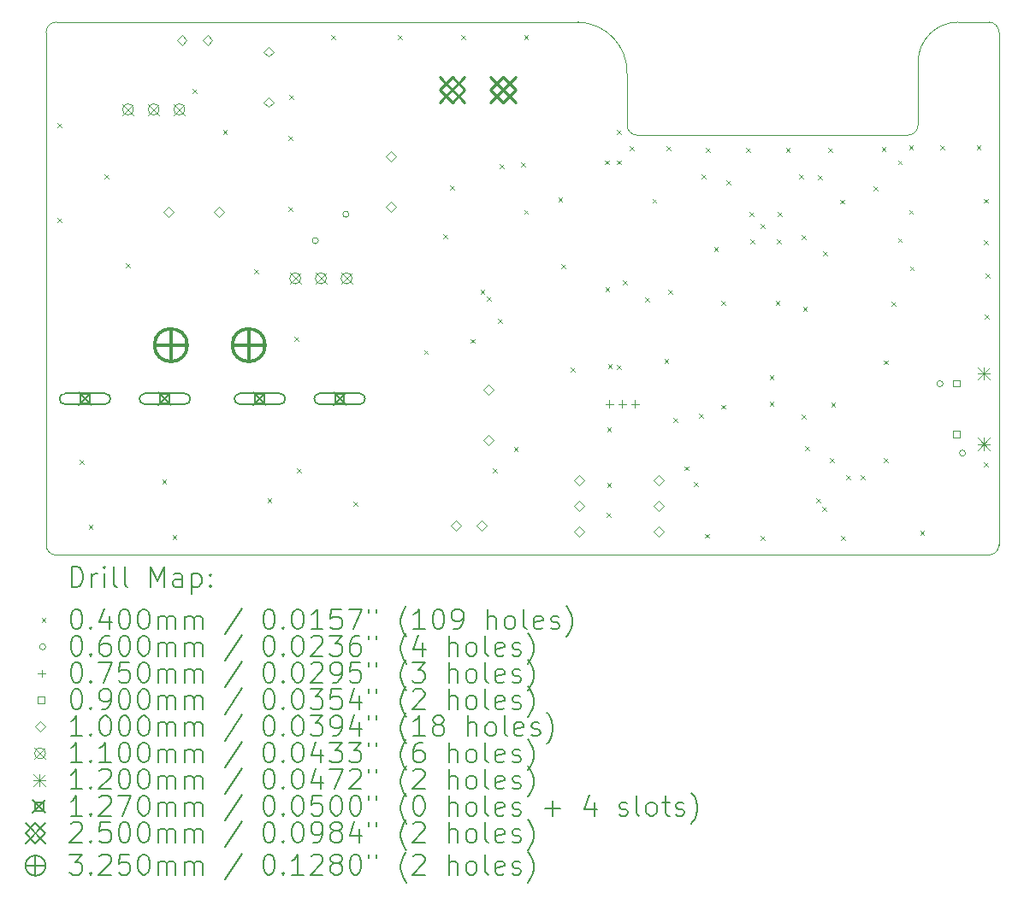
<source format=gbr>
%FSLAX45Y45*%
G04 Gerber Fmt 4.5, Leading zero omitted, Abs format (unit mm)*
G04 Created by KiCad (PCBNEW 6.0.5-a6ca702e91~116~ubuntu20.04.1) date 2022-06-27 23:16:25*
%MOMM*%
%LPD*%
G01*
G04 APERTURE LIST*
%TA.AperFunction,Profile*%
%ADD10C,0.100000*%
%TD*%
%ADD11C,0.200000*%
%ADD12C,0.040000*%
%ADD13C,0.060000*%
%ADD14C,0.075000*%
%ADD15C,0.090000*%
%ADD16C,0.100000*%
%ADD17C,0.110000*%
%ADD18C,0.120000*%
%ADD19C,0.127000*%
%ADD20C,0.250000*%
%ADD21C,0.325000*%
G04 APERTURE END LIST*
D10*
X10330000Y-6780000D02*
G75*
G03*
X10430000Y-6880000I100000J0D01*
G01*
X13110000Y-6880000D02*
G75*
G03*
X13210000Y-6780000I0J100000D01*
G01*
X4680000Y-5760000D02*
G75*
G03*
X4580000Y-5860000I0J-100000D01*
G01*
X4580000Y-10940000D02*
G75*
G03*
X4680000Y-11040000I100000J0D01*
G01*
X13910000Y-11040000D02*
G75*
G03*
X14010000Y-10940000I0J100000D01*
G01*
X14010000Y-5860000D02*
G75*
G03*
X13910000Y-5760000I-100000J0D01*
G01*
X13607941Y-5760000D02*
G75*
G03*
X13210000Y-6156885I-528J-397413D01*
G01*
X10329792Y-6268123D02*
G75*
G03*
X9843031Y-5760000I-497442J10681D01*
G01*
X13607941Y-5760000D02*
X13910000Y-5760000D01*
X13210000Y-6780000D02*
X13210000Y-6156885D01*
X10430000Y-6880000D02*
X13110000Y-6880000D01*
X10329792Y-6268123D02*
X10330000Y-6780000D01*
X4680000Y-11040000D02*
X13910000Y-11040000D01*
X4680000Y-5760000D02*
X9843031Y-5760000D01*
X14010000Y-10940000D02*
X14010000Y-5860000D01*
X4580000Y-10940000D02*
X4580000Y-5860000D01*
D11*
D12*
X4690000Y-6760000D02*
X4730000Y-6800000D01*
X4730000Y-6760000D02*
X4690000Y-6800000D01*
X4690000Y-7700000D02*
X4730000Y-7740000D01*
X4730000Y-7700000D02*
X4690000Y-7740000D01*
X4910000Y-10100000D02*
X4950000Y-10140000D01*
X4950000Y-10100000D02*
X4910000Y-10140000D01*
X5000000Y-10740000D02*
X5040000Y-10780000D01*
X5040000Y-10740000D02*
X5000000Y-10780000D01*
X5160000Y-7270000D02*
X5200000Y-7310000D01*
X5200000Y-7270000D02*
X5160000Y-7310000D01*
X5370000Y-8150000D02*
X5410000Y-8190000D01*
X5410000Y-8150000D02*
X5370000Y-8190000D01*
X5730000Y-10290000D02*
X5770000Y-10330000D01*
X5770000Y-10290000D02*
X5730000Y-10330000D01*
X5830000Y-10840000D02*
X5870000Y-10880000D01*
X5870000Y-10840000D02*
X5830000Y-10880000D01*
X6030000Y-6420000D02*
X6070000Y-6460000D01*
X6070000Y-6420000D02*
X6030000Y-6460000D01*
X6330000Y-6830000D02*
X6370000Y-6870000D01*
X6370000Y-6830000D02*
X6330000Y-6870000D01*
X6640000Y-8210000D02*
X6680000Y-8250000D01*
X6680000Y-8210000D02*
X6640000Y-8250000D01*
X6770000Y-10480000D02*
X6810000Y-10520000D01*
X6810000Y-10480000D02*
X6770000Y-10520000D01*
X6980000Y-6890000D02*
X7020000Y-6930000D01*
X7020000Y-6890000D02*
X6980000Y-6930000D01*
X6980000Y-7590000D02*
X7020000Y-7630000D01*
X7020000Y-7590000D02*
X6980000Y-7630000D01*
X6985000Y-6485000D02*
X7025000Y-6525000D01*
X7025000Y-6485000D02*
X6985000Y-6525000D01*
X7040000Y-8880000D02*
X7080000Y-8920000D01*
X7080000Y-8880000D02*
X7040000Y-8920000D01*
X7060000Y-10180000D02*
X7100000Y-10220000D01*
X7100000Y-10180000D02*
X7060000Y-10220000D01*
X7400000Y-5890000D02*
X7440000Y-5930000D01*
X7440000Y-5890000D02*
X7400000Y-5930000D01*
X7620000Y-10510000D02*
X7660000Y-10550000D01*
X7660000Y-10510000D02*
X7620000Y-10550000D01*
X8060000Y-5890000D02*
X8100000Y-5930000D01*
X8100000Y-5890000D02*
X8060000Y-5930000D01*
X8320000Y-9010000D02*
X8360000Y-9050000D01*
X8360000Y-9010000D02*
X8320000Y-9050000D01*
X8510000Y-7860000D02*
X8550000Y-7900000D01*
X8550000Y-7860000D02*
X8510000Y-7900000D01*
X8580000Y-7380000D02*
X8620000Y-7420000D01*
X8620000Y-7380000D02*
X8580000Y-7420000D01*
X8690000Y-5890000D02*
X8730000Y-5930000D01*
X8730000Y-5890000D02*
X8690000Y-5930000D01*
X8780000Y-8900000D02*
X8820000Y-8940000D01*
X8820000Y-8900000D02*
X8780000Y-8940000D01*
X8880000Y-8410000D02*
X8920000Y-8450000D01*
X8920000Y-8410000D02*
X8880000Y-8450000D01*
X8940000Y-8480000D02*
X8980000Y-8520000D01*
X8980000Y-8480000D02*
X8940000Y-8520000D01*
X9000000Y-10180000D02*
X9040000Y-10220000D01*
X9040000Y-10180000D02*
X9000000Y-10220000D01*
X9050000Y-8700000D02*
X9090000Y-8740000D01*
X9090000Y-8700000D02*
X9050000Y-8740000D01*
X9066412Y-7169950D02*
X9106412Y-7209950D01*
X9106412Y-7169950D02*
X9066412Y-7209950D01*
X9210000Y-9970000D02*
X9250000Y-10010000D01*
X9250000Y-9970000D02*
X9210000Y-10010000D01*
X9280000Y-7150000D02*
X9320000Y-7190000D01*
X9320000Y-7150000D02*
X9280000Y-7190000D01*
X9310000Y-5890000D02*
X9350000Y-5930000D01*
X9350000Y-5890000D02*
X9310000Y-5930000D01*
X9310000Y-7620000D02*
X9350000Y-7660000D01*
X9350000Y-7620000D02*
X9310000Y-7660000D01*
X9650000Y-7500000D02*
X9690000Y-7540000D01*
X9690000Y-7500000D02*
X9650000Y-7540000D01*
X9680000Y-8160000D02*
X9720000Y-8200000D01*
X9720000Y-8160000D02*
X9680000Y-8200000D01*
X9770000Y-9180000D02*
X9810000Y-9220000D01*
X9810000Y-9180000D02*
X9770000Y-9220000D01*
X10110000Y-7130000D02*
X10150000Y-7170000D01*
X10150000Y-7130000D02*
X10110000Y-7170000D01*
X10116031Y-8388302D02*
X10156031Y-8428302D01*
X10156031Y-8388302D02*
X10116031Y-8428302D01*
X10130000Y-10620000D02*
X10170000Y-10660000D01*
X10170000Y-10620000D02*
X10130000Y-10660000D01*
X10133000Y-9773000D02*
X10173000Y-9813000D01*
X10173000Y-9773000D02*
X10133000Y-9813000D01*
X10133000Y-10327000D02*
X10173000Y-10367000D01*
X10173000Y-10327000D02*
X10133000Y-10367000D01*
X10140000Y-9150000D02*
X10180000Y-9190000D01*
X10180000Y-9150000D02*
X10140000Y-9190000D01*
X10230000Y-6830000D02*
X10270000Y-6870000D01*
X10270000Y-6830000D02*
X10230000Y-6870000D01*
X10230000Y-7130000D02*
X10270000Y-7170000D01*
X10270000Y-7130000D02*
X10230000Y-7170000D01*
X10230000Y-9160000D02*
X10270000Y-9200000D01*
X10270000Y-9160000D02*
X10230000Y-9200000D01*
X10289950Y-8316407D02*
X10329950Y-8356407D01*
X10329950Y-8316407D02*
X10289950Y-8356407D01*
X10357500Y-6992500D02*
X10397500Y-7032500D01*
X10397500Y-6992500D02*
X10357500Y-7032500D01*
X10510000Y-8490000D02*
X10550000Y-8530000D01*
X10550000Y-8490000D02*
X10510000Y-8530000D01*
X10580000Y-7510000D02*
X10620000Y-7550000D01*
X10620000Y-7510000D02*
X10580000Y-7550000D01*
X10700000Y-9100000D02*
X10740000Y-9140000D01*
X10740000Y-9100000D02*
X10700000Y-9140000D01*
X10717500Y-6992500D02*
X10757500Y-7032500D01*
X10757500Y-6992500D02*
X10717500Y-7032500D01*
X10740000Y-8410000D02*
X10780000Y-8450000D01*
X10780000Y-8410000D02*
X10740000Y-8450000D01*
X10790000Y-9680000D02*
X10830000Y-9720000D01*
X10830000Y-9680000D02*
X10790000Y-9720000D01*
X10896325Y-10159950D02*
X10936325Y-10199950D01*
X10936325Y-10159950D02*
X10896325Y-10199950D01*
X10990000Y-10320000D02*
X11030000Y-10360000D01*
X11030000Y-10320000D02*
X10990000Y-10360000D01*
X11040000Y-9640000D02*
X11080000Y-9680000D01*
X11080000Y-9640000D02*
X11040000Y-9680000D01*
X11070000Y-7270000D02*
X11110000Y-7310000D01*
X11110000Y-7270000D02*
X11070000Y-7310000D01*
X11100000Y-10830000D02*
X11140000Y-10870000D01*
X11140000Y-10830000D02*
X11100000Y-10870000D01*
X11110500Y-7009500D02*
X11150500Y-7049500D01*
X11150500Y-7009500D02*
X11110500Y-7049500D01*
X11190000Y-7990000D02*
X11230000Y-8030000D01*
X11230000Y-7990000D02*
X11190000Y-8030000D01*
X11260000Y-8520000D02*
X11300000Y-8560000D01*
X11300000Y-8520000D02*
X11260000Y-8560000D01*
X11260000Y-9550000D02*
X11300000Y-9590000D01*
X11300000Y-9550000D02*
X11260000Y-9590000D01*
X11310000Y-7330000D02*
X11350000Y-7370000D01*
X11350000Y-7330000D02*
X11310000Y-7370000D01*
X11510500Y-7009500D02*
X11550500Y-7049500D01*
X11550500Y-7009500D02*
X11510500Y-7049500D01*
X11540000Y-7640000D02*
X11580000Y-7680000D01*
X11580000Y-7640000D02*
X11540000Y-7680000D01*
X11550000Y-7910000D02*
X11590000Y-7950000D01*
X11590000Y-7910000D02*
X11550000Y-7950000D01*
X11650000Y-7759500D02*
X11690000Y-7799500D01*
X11690000Y-7759500D02*
X11650000Y-7799500D01*
X11650000Y-10850000D02*
X11690000Y-10890000D01*
X11690000Y-10850000D02*
X11650000Y-10890000D01*
X11740000Y-9260000D02*
X11780000Y-9300000D01*
X11780000Y-9260000D02*
X11740000Y-9300000D01*
X11740000Y-9520000D02*
X11780000Y-9560000D01*
X11780000Y-9520000D02*
X11740000Y-9560000D01*
X11800000Y-8520000D02*
X11840000Y-8560000D01*
X11840000Y-8520000D02*
X11800000Y-8560000D01*
X11810000Y-7910000D02*
X11850000Y-7950000D01*
X11850000Y-7910000D02*
X11810000Y-7950000D01*
X11820000Y-7640000D02*
X11860000Y-7680000D01*
X11860000Y-7640000D02*
X11820000Y-7680000D01*
X11900500Y-7009500D02*
X11940500Y-7049500D01*
X11940500Y-7009500D02*
X11900500Y-7049500D01*
X12030000Y-7270000D02*
X12070000Y-7310000D01*
X12070000Y-7270000D02*
X12030000Y-7310000D01*
X12060000Y-7870000D02*
X12100000Y-7910000D01*
X12100000Y-7870000D02*
X12060000Y-7910000D01*
X12060000Y-9650000D02*
X12100000Y-9690000D01*
X12100000Y-9650000D02*
X12060000Y-9690000D01*
X12070000Y-8580000D02*
X12110000Y-8620000D01*
X12110000Y-8580000D02*
X12070000Y-8620000D01*
X12090000Y-9960000D02*
X12130000Y-10000000D01*
X12130000Y-9960000D02*
X12090000Y-10000000D01*
X12200000Y-10480000D02*
X12240000Y-10520000D01*
X12240000Y-10480000D02*
X12200000Y-10520000D01*
X12220000Y-7280000D02*
X12260000Y-7320000D01*
X12260000Y-7280000D02*
X12220000Y-7320000D01*
X12260000Y-10560000D02*
X12300000Y-10600000D01*
X12300000Y-10560000D02*
X12260000Y-10600000D01*
X12270000Y-8030000D02*
X12310000Y-8070000D01*
X12310000Y-8030000D02*
X12270000Y-8070000D01*
X12320500Y-7009500D02*
X12360500Y-7049500D01*
X12360500Y-7009500D02*
X12320500Y-7049500D01*
X12340000Y-10080000D02*
X12380000Y-10120000D01*
X12380000Y-10080000D02*
X12340000Y-10120000D01*
X12350000Y-9530000D02*
X12390000Y-9570000D01*
X12390000Y-9530000D02*
X12350000Y-9570000D01*
X12440000Y-7520000D02*
X12480000Y-7560000D01*
X12480000Y-7520000D02*
X12440000Y-7560000D01*
X12450000Y-10850000D02*
X12490000Y-10890000D01*
X12490000Y-10850000D02*
X12450000Y-10890000D01*
X12500000Y-10250000D02*
X12540000Y-10290000D01*
X12540000Y-10250000D02*
X12500000Y-10290000D01*
X12640000Y-10250000D02*
X12680000Y-10290000D01*
X12680000Y-10250000D02*
X12640000Y-10290000D01*
X12770000Y-7390000D02*
X12810000Y-7430000D01*
X12810000Y-7390000D02*
X12770000Y-7430000D01*
X12850000Y-7000000D02*
X12890000Y-7040000D01*
X12890000Y-7000000D02*
X12850000Y-7040000D01*
X12870000Y-9110000D02*
X12910000Y-9150000D01*
X12910000Y-9110000D02*
X12870000Y-9150000D01*
X12870000Y-10080000D02*
X12910000Y-10120000D01*
X12910000Y-10080000D02*
X12870000Y-10120000D01*
X12950000Y-8530000D02*
X12990000Y-8570000D01*
X12990000Y-8530000D02*
X12950000Y-8570000D01*
X13010000Y-7130000D02*
X13050000Y-7170000D01*
X13050000Y-7130000D02*
X13010000Y-7170000D01*
X13010000Y-7900000D02*
X13050000Y-7940000D01*
X13050000Y-7900000D02*
X13010000Y-7940000D01*
X13120000Y-6980000D02*
X13160000Y-7020000D01*
X13160000Y-6980000D02*
X13120000Y-7020000D01*
X13120000Y-7620000D02*
X13160000Y-7660000D01*
X13160000Y-7620000D02*
X13120000Y-7660000D01*
X13130000Y-8180000D02*
X13170000Y-8220000D01*
X13170000Y-8180000D02*
X13130000Y-8220000D01*
X13230000Y-10800000D02*
X13270000Y-10840000D01*
X13270000Y-10800000D02*
X13230000Y-10840000D01*
X13430000Y-6980000D02*
X13470000Y-7020000D01*
X13470000Y-6980000D02*
X13430000Y-7020000D01*
X13790000Y-6980000D02*
X13830000Y-7020000D01*
X13830000Y-6980000D02*
X13790000Y-7020000D01*
X13860000Y-7510000D02*
X13900000Y-7550000D01*
X13900000Y-7510000D02*
X13860000Y-7550000D01*
X13860000Y-7920000D02*
X13900000Y-7960000D01*
X13900000Y-7920000D02*
X13860000Y-7960000D01*
X13860000Y-10120000D02*
X13900000Y-10160000D01*
X13900000Y-10120000D02*
X13860000Y-10160000D01*
X13870000Y-8660000D02*
X13910000Y-8700000D01*
X13910000Y-8660000D02*
X13870000Y-8700000D01*
X13880000Y-8250000D02*
X13920000Y-8290000D01*
X13920000Y-8250000D02*
X13880000Y-8290000D01*
D13*
X7275000Y-7925000D02*
G75*
G03*
X7275000Y-7925000I-30000J0D01*
G01*
X7576768Y-7663232D02*
G75*
G03*
X7576768Y-7663232I-30000J0D01*
G01*
X13457500Y-9342500D02*
G75*
G03*
X13457500Y-9342500I-30000J0D01*
G01*
X13680000Y-10030000D02*
G75*
G03*
X13680000Y-10030000I-30000J0D01*
G01*
D14*
X10153000Y-9506500D02*
X10153000Y-9581500D01*
X10115500Y-9544000D02*
X10190500Y-9544000D01*
X10280000Y-9506500D02*
X10280000Y-9581500D01*
X10242500Y-9544000D02*
X10317500Y-9544000D01*
X10407000Y-9506500D02*
X10407000Y-9581500D01*
X10369500Y-9544000D02*
X10444500Y-9544000D01*
D15*
X13621820Y-9371820D02*
X13621820Y-9308180D01*
X13558180Y-9308180D01*
X13558180Y-9371820D01*
X13621820Y-9371820D01*
X13621820Y-9871820D02*
X13621820Y-9808180D01*
X13558180Y-9808180D01*
X13558180Y-9871820D01*
X13621820Y-9871820D01*
D16*
X5790000Y-7690000D02*
X5840000Y-7640000D01*
X5790000Y-7590000D01*
X5740000Y-7640000D01*
X5790000Y-7690000D01*
X5923500Y-5990000D02*
X5973500Y-5940000D01*
X5923500Y-5890000D01*
X5873500Y-5940000D01*
X5923500Y-5990000D01*
X6177500Y-5990000D02*
X6227500Y-5940000D01*
X6177500Y-5890000D01*
X6127500Y-5940000D01*
X6177500Y-5990000D01*
X6290000Y-7690000D02*
X6340000Y-7640000D01*
X6290000Y-7590000D01*
X6240000Y-7640000D01*
X6290000Y-7690000D01*
X6780000Y-6103232D02*
X6830000Y-6053232D01*
X6780000Y-6003232D01*
X6730000Y-6053232D01*
X6780000Y-6103232D01*
X6780000Y-6603232D02*
X6830000Y-6553232D01*
X6780000Y-6503232D01*
X6730000Y-6553232D01*
X6780000Y-6603232D01*
X7990000Y-7140000D02*
X8040000Y-7090000D01*
X7990000Y-7040000D01*
X7940000Y-7090000D01*
X7990000Y-7140000D01*
X7990000Y-7640000D02*
X8040000Y-7590000D01*
X7990000Y-7540000D01*
X7940000Y-7590000D01*
X7990000Y-7640000D01*
X8633000Y-10800000D02*
X8683000Y-10750000D01*
X8633000Y-10700000D01*
X8583000Y-10750000D01*
X8633000Y-10800000D01*
X8887000Y-10800000D02*
X8937000Y-10750000D01*
X8887000Y-10700000D01*
X8837000Y-10750000D01*
X8887000Y-10800000D01*
X8960000Y-9453232D02*
X9010000Y-9403232D01*
X8960000Y-9353232D01*
X8910000Y-9403232D01*
X8960000Y-9453232D01*
X8960000Y-9953232D02*
X9010000Y-9903232D01*
X8960000Y-9853232D01*
X8910000Y-9903232D01*
X8960000Y-9953232D01*
X9859000Y-10347500D02*
X9909000Y-10297500D01*
X9859000Y-10247500D01*
X9809000Y-10297500D01*
X9859000Y-10347500D01*
X9859000Y-10601500D02*
X9909000Y-10551500D01*
X9859000Y-10501500D01*
X9809000Y-10551500D01*
X9859000Y-10601500D01*
X9859000Y-10855500D02*
X9909000Y-10805500D01*
X9859000Y-10755500D01*
X9809000Y-10805500D01*
X9859000Y-10855500D01*
X10640000Y-10350000D02*
X10690000Y-10300000D01*
X10640000Y-10250000D01*
X10590000Y-10300000D01*
X10640000Y-10350000D01*
X10640000Y-10604000D02*
X10690000Y-10554000D01*
X10640000Y-10504000D01*
X10590000Y-10554000D01*
X10640000Y-10604000D01*
X10640000Y-10858000D02*
X10690000Y-10808000D01*
X10640000Y-10758000D01*
X10590000Y-10808000D01*
X10640000Y-10858000D01*
D17*
X5335000Y-6570000D02*
X5445000Y-6680000D01*
X5445000Y-6570000D02*
X5335000Y-6680000D01*
X5445000Y-6625000D02*
G75*
G03*
X5445000Y-6625000I-55000J0D01*
G01*
X5589000Y-6570000D02*
X5699000Y-6680000D01*
X5699000Y-6570000D02*
X5589000Y-6680000D01*
X5699000Y-6625000D02*
G75*
G03*
X5699000Y-6625000I-55000J0D01*
G01*
X5843000Y-6570000D02*
X5953000Y-6680000D01*
X5953000Y-6570000D02*
X5843000Y-6680000D01*
X5953000Y-6625000D02*
G75*
G03*
X5953000Y-6625000I-55000J0D01*
G01*
X6991000Y-8243732D02*
X7101000Y-8353732D01*
X7101000Y-8243732D02*
X6991000Y-8353732D01*
X7101000Y-8298732D02*
G75*
G03*
X7101000Y-8298732I-55000J0D01*
G01*
X7245000Y-8243732D02*
X7355000Y-8353732D01*
X7355000Y-8243732D02*
X7245000Y-8353732D01*
X7355000Y-8298732D02*
G75*
G03*
X7355000Y-8298732I-55000J0D01*
G01*
X7499000Y-8243732D02*
X7609000Y-8353732D01*
X7609000Y-8243732D02*
X7499000Y-8353732D01*
X7609000Y-8298732D02*
G75*
G03*
X7609000Y-8298732I-55000J0D01*
G01*
D18*
X13800000Y-9180000D02*
X13920000Y-9300000D01*
X13920000Y-9180000D02*
X13800000Y-9300000D01*
X13860000Y-9180000D02*
X13860000Y-9300000D01*
X13800000Y-9240000D02*
X13920000Y-9240000D01*
X13800000Y-9880000D02*
X13920000Y-10000000D01*
X13920000Y-9880000D02*
X13800000Y-10000000D01*
X13860000Y-9880000D02*
X13860000Y-10000000D01*
X13800000Y-9940000D02*
X13920000Y-9940000D01*
D19*
X4901500Y-9429000D02*
X5028500Y-9556000D01*
X5028500Y-9429000D02*
X4901500Y-9556000D01*
X5009902Y-9537402D02*
X5009902Y-9447598D01*
X4920098Y-9447598D01*
X4920098Y-9537402D01*
X5009902Y-9537402D01*
D11*
X5163000Y-9439000D02*
X4767000Y-9439000D01*
X5163000Y-9546000D02*
X4767000Y-9546000D01*
X4767000Y-9439000D02*
G75*
G03*
X4767000Y-9546000I0J-53500D01*
G01*
X5163000Y-9546000D02*
G75*
G03*
X5163000Y-9439000I0J53500D01*
G01*
D19*
X5691500Y-9429000D02*
X5818500Y-9556000D01*
X5818500Y-9429000D02*
X5691500Y-9556000D01*
X5799902Y-9537402D02*
X5799902Y-9447598D01*
X5710098Y-9447598D01*
X5710098Y-9537402D01*
X5799902Y-9537402D01*
D11*
X5953000Y-9439000D02*
X5557000Y-9439000D01*
X5953000Y-9546000D02*
X5557000Y-9546000D01*
X5557000Y-9439000D02*
G75*
G03*
X5557000Y-9546000I0J-53500D01*
G01*
X5953000Y-9546000D02*
G75*
G03*
X5953000Y-9439000I0J53500D01*
G01*
D19*
X6631500Y-9429000D02*
X6758500Y-9556000D01*
X6758500Y-9429000D02*
X6631500Y-9556000D01*
X6739902Y-9537402D02*
X6739902Y-9447598D01*
X6650098Y-9447598D01*
X6650098Y-9537402D01*
X6739902Y-9537402D01*
D11*
X6893000Y-9439000D02*
X6497000Y-9439000D01*
X6893000Y-9546000D02*
X6497000Y-9546000D01*
X6497000Y-9439000D02*
G75*
G03*
X6497000Y-9546000I0J-53500D01*
G01*
X6893000Y-9546000D02*
G75*
G03*
X6893000Y-9439000I0J53500D01*
G01*
D19*
X7421500Y-9429000D02*
X7548500Y-9556000D01*
X7548500Y-9429000D02*
X7421500Y-9556000D01*
X7529902Y-9537402D02*
X7529902Y-9447598D01*
X7440098Y-9447598D01*
X7440098Y-9537402D01*
X7529902Y-9537402D01*
D11*
X7683000Y-9439000D02*
X7287000Y-9439000D01*
X7683000Y-9546000D02*
X7287000Y-9546000D01*
X7287000Y-9439000D02*
G75*
G03*
X7287000Y-9546000I0J-53500D01*
G01*
X7683000Y-9546000D02*
G75*
G03*
X7683000Y-9439000I0J53500D01*
G01*
D20*
X8475000Y-6305000D02*
X8725000Y-6555000D01*
X8725000Y-6305000D02*
X8475000Y-6555000D01*
X8600000Y-6555000D02*
X8725000Y-6430000D01*
X8600000Y-6305000D01*
X8475000Y-6430000D01*
X8600000Y-6555000D01*
X8975000Y-6305000D02*
X9225000Y-6555000D01*
X9225000Y-6305000D02*
X8975000Y-6555000D01*
X9100000Y-6555000D02*
X9225000Y-6430000D01*
X9100000Y-6305000D01*
X8975000Y-6430000D01*
X9100000Y-6555000D01*
D21*
X5815000Y-8797500D02*
X5815000Y-9122500D01*
X5652500Y-8960000D02*
X5977500Y-8960000D01*
X5977500Y-8960000D02*
G75*
G03*
X5977500Y-8960000I-162500J0D01*
G01*
X6585000Y-8797500D02*
X6585000Y-9122500D01*
X6422500Y-8960000D02*
X6747500Y-8960000D01*
X6747500Y-8960000D02*
G75*
G03*
X6747500Y-8960000I-162500J0D01*
G01*
D11*
X4832619Y-11355476D02*
X4832619Y-11155476D01*
X4880238Y-11155476D01*
X4908810Y-11165000D01*
X4927857Y-11184048D01*
X4937381Y-11203095D01*
X4946905Y-11241190D01*
X4946905Y-11269762D01*
X4937381Y-11307857D01*
X4927857Y-11326905D01*
X4908810Y-11345952D01*
X4880238Y-11355476D01*
X4832619Y-11355476D01*
X5032619Y-11355476D02*
X5032619Y-11222143D01*
X5032619Y-11260238D02*
X5042143Y-11241190D01*
X5051667Y-11231667D01*
X5070714Y-11222143D01*
X5089762Y-11222143D01*
X5156429Y-11355476D02*
X5156429Y-11222143D01*
X5156429Y-11155476D02*
X5146905Y-11165000D01*
X5156429Y-11174524D01*
X5165952Y-11165000D01*
X5156429Y-11155476D01*
X5156429Y-11174524D01*
X5280238Y-11355476D02*
X5261190Y-11345952D01*
X5251667Y-11326905D01*
X5251667Y-11155476D01*
X5385000Y-11355476D02*
X5365952Y-11345952D01*
X5356429Y-11326905D01*
X5356429Y-11155476D01*
X5613571Y-11355476D02*
X5613571Y-11155476D01*
X5680238Y-11298333D01*
X5746905Y-11155476D01*
X5746905Y-11355476D01*
X5927857Y-11355476D02*
X5927857Y-11250714D01*
X5918333Y-11231667D01*
X5899286Y-11222143D01*
X5861190Y-11222143D01*
X5842143Y-11231667D01*
X5927857Y-11345952D02*
X5908809Y-11355476D01*
X5861190Y-11355476D01*
X5842143Y-11345952D01*
X5832619Y-11326905D01*
X5832619Y-11307857D01*
X5842143Y-11288809D01*
X5861190Y-11279286D01*
X5908809Y-11279286D01*
X5927857Y-11269762D01*
X6023095Y-11222143D02*
X6023095Y-11422143D01*
X6023095Y-11231667D02*
X6042143Y-11222143D01*
X6080238Y-11222143D01*
X6099286Y-11231667D01*
X6108809Y-11241190D01*
X6118333Y-11260238D01*
X6118333Y-11317381D01*
X6108809Y-11336428D01*
X6099286Y-11345952D01*
X6080238Y-11355476D01*
X6042143Y-11355476D01*
X6023095Y-11345952D01*
X6204048Y-11336428D02*
X6213571Y-11345952D01*
X6204048Y-11355476D01*
X6194524Y-11345952D01*
X6204048Y-11336428D01*
X6204048Y-11355476D01*
X6204048Y-11231667D02*
X6213571Y-11241190D01*
X6204048Y-11250714D01*
X6194524Y-11241190D01*
X6204048Y-11231667D01*
X6204048Y-11250714D01*
D12*
X4535000Y-11665000D02*
X4575000Y-11705000D01*
X4575000Y-11665000D02*
X4535000Y-11705000D01*
D11*
X4870714Y-11575476D02*
X4889762Y-11575476D01*
X4908810Y-11585000D01*
X4918333Y-11594524D01*
X4927857Y-11613571D01*
X4937381Y-11651667D01*
X4937381Y-11699286D01*
X4927857Y-11737381D01*
X4918333Y-11756428D01*
X4908810Y-11765952D01*
X4889762Y-11775476D01*
X4870714Y-11775476D01*
X4851667Y-11765952D01*
X4842143Y-11756428D01*
X4832619Y-11737381D01*
X4823095Y-11699286D01*
X4823095Y-11651667D01*
X4832619Y-11613571D01*
X4842143Y-11594524D01*
X4851667Y-11585000D01*
X4870714Y-11575476D01*
X5023095Y-11756428D02*
X5032619Y-11765952D01*
X5023095Y-11775476D01*
X5013571Y-11765952D01*
X5023095Y-11756428D01*
X5023095Y-11775476D01*
X5204048Y-11642143D02*
X5204048Y-11775476D01*
X5156429Y-11565952D02*
X5108810Y-11708809D01*
X5232619Y-11708809D01*
X5346905Y-11575476D02*
X5365952Y-11575476D01*
X5385000Y-11585000D01*
X5394524Y-11594524D01*
X5404048Y-11613571D01*
X5413571Y-11651667D01*
X5413571Y-11699286D01*
X5404048Y-11737381D01*
X5394524Y-11756428D01*
X5385000Y-11765952D01*
X5365952Y-11775476D01*
X5346905Y-11775476D01*
X5327857Y-11765952D01*
X5318333Y-11756428D01*
X5308810Y-11737381D01*
X5299286Y-11699286D01*
X5299286Y-11651667D01*
X5308810Y-11613571D01*
X5318333Y-11594524D01*
X5327857Y-11585000D01*
X5346905Y-11575476D01*
X5537381Y-11575476D02*
X5556429Y-11575476D01*
X5575476Y-11585000D01*
X5585000Y-11594524D01*
X5594524Y-11613571D01*
X5604048Y-11651667D01*
X5604048Y-11699286D01*
X5594524Y-11737381D01*
X5585000Y-11756428D01*
X5575476Y-11765952D01*
X5556429Y-11775476D01*
X5537381Y-11775476D01*
X5518333Y-11765952D01*
X5508810Y-11756428D01*
X5499286Y-11737381D01*
X5489762Y-11699286D01*
X5489762Y-11651667D01*
X5499286Y-11613571D01*
X5508810Y-11594524D01*
X5518333Y-11585000D01*
X5537381Y-11575476D01*
X5689762Y-11775476D02*
X5689762Y-11642143D01*
X5689762Y-11661190D02*
X5699286Y-11651667D01*
X5718333Y-11642143D01*
X5746905Y-11642143D01*
X5765952Y-11651667D01*
X5775476Y-11670714D01*
X5775476Y-11775476D01*
X5775476Y-11670714D02*
X5785000Y-11651667D01*
X5804048Y-11642143D01*
X5832619Y-11642143D01*
X5851667Y-11651667D01*
X5861190Y-11670714D01*
X5861190Y-11775476D01*
X5956428Y-11775476D02*
X5956428Y-11642143D01*
X5956428Y-11661190D02*
X5965952Y-11651667D01*
X5985000Y-11642143D01*
X6013571Y-11642143D01*
X6032619Y-11651667D01*
X6042143Y-11670714D01*
X6042143Y-11775476D01*
X6042143Y-11670714D02*
X6051667Y-11651667D01*
X6070714Y-11642143D01*
X6099286Y-11642143D01*
X6118333Y-11651667D01*
X6127857Y-11670714D01*
X6127857Y-11775476D01*
X6518333Y-11565952D02*
X6346905Y-11823095D01*
X6775476Y-11575476D02*
X6794524Y-11575476D01*
X6813571Y-11585000D01*
X6823095Y-11594524D01*
X6832619Y-11613571D01*
X6842143Y-11651667D01*
X6842143Y-11699286D01*
X6832619Y-11737381D01*
X6823095Y-11756428D01*
X6813571Y-11765952D01*
X6794524Y-11775476D01*
X6775476Y-11775476D01*
X6756428Y-11765952D01*
X6746905Y-11756428D01*
X6737381Y-11737381D01*
X6727857Y-11699286D01*
X6727857Y-11651667D01*
X6737381Y-11613571D01*
X6746905Y-11594524D01*
X6756428Y-11585000D01*
X6775476Y-11575476D01*
X6927857Y-11756428D02*
X6937381Y-11765952D01*
X6927857Y-11775476D01*
X6918333Y-11765952D01*
X6927857Y-11756428D01*
X6927857Y-11775476D01*
X7061190Y-11575476D02*
X7080238Y-11575476D01*
X7099286Y-11585000D01*
X7108809Y-11594524D01*
X7118333Y-11613571D01*
X7127857Y-11651667D01*
X7127857Y-11699286D01*
X7118333Y-11737381D01*
X7108809Y-11756428D01*
X7099286Y-11765952D01*
X7080238Y-11775476D01*
X7061190Y-11775476D01*
X7042143Y-11765952D01*
X7032619Y-11756428D01*
X7023095Y-11737381D01*
X7013571Y-11699286D01*
X7013571Y-11651667D01*
X7023095Y-11613571D01*
X7032619Y-11594524D01*
X7042143Y-11585000D01*
X7061190Y-11575476D01*
X7318333Y-11775476D02*
X7204048Y-11775476D01*
X7261190Y-11775476D02*
X7261190Y-11575476D01*
X7242143Y-11604048D01*
X7223095Y-11623095D01*
X7204048Y-11632619D01*
X7499286Y-11575476D02*
X7404048Y-11575476D01*
X7394524Y-11670714D01*
X7404048Y-11661190D01*
X7423095Y-11651667D01*
X7470714Y-11651667D01*
X7489762Y-11661190D01*
X7499286Y-11670714D01*
X7508809Y-11689762D01*
X7508809Y-11737381D01*
X7499286Y-11756428D01*
X7489762Y-11765952D01*
X7470714Y-11775476D01*
X7423095Y-11775476D01*
X7404048Y-11765952D01*
X7394524Y-11756428D01*
X7575476Y-11575476D02*
X7708809Y-11575476D01*
X7623095Y-11775476D01*
X7775476Y-11575476D02*
X7775476Y-11613571D01*
X7851667Y-11575476D02*
X7851667Y-11613571D01*
X8146905Y-11851667D02*
X8137381Y-11842143D01*
X8118333Y-11813571D01*
X8108809Y-11794524D01*
X8099286Y-11765952D01*
X8089762Y-11718333D01*
X8089762Y-11680238D01*
X8099286Y-11632619D01*
X8108809Y-11604048D01*
X8118333Y-11585000D01*
X8137381Y-11556428D01*
X8146905Y-11546905D01*
X8327857Y-11775476D02*
X8213571Y-11775476D01*
X8270714Y-11775476D02*
X8270714Y-11575476D01*
X8251667Y-11604048D01*
X8232619Y-11623095D01*
X8213571Y-11632619D01*
X8451667Y-11575476D02*
X8470714Y-11575476D01*
X8489762Y-11585000D01*
X8499286Y-11594524D01*
X8508810Y-11613571D01*
X8518333Y-11651667D01*
X8518333Y-11699286D01*
X8508810Y-11737381D01*
X8499286Y-11756428D01*
X8489762Y-11765952D01*
X8470714Y-11775476D01*
X8451667Y-11775476D01*
X8432619Y-11765952D01*
X8423095Y-11756428D01*
X8413571Y-11737381D01*
X8404048Y-11699286D01*
X8404048Y-11651667D01*
X8413571Y-11613571D01*
X8423095Y-11594524D01*
X8432619Y-11585000D01*
X8451667Y-11575476D01*
X8613571Y-11775476D02*
X8651667Y-11775476D01*
X8670714Y-11765952D01*
X8680238Y-11756428D01*
X8699286Y-11727857D01*
X8708810Y-11689762D01*
X8708810Y-11613571D01*
X8699286Y-11594524D01*
X8689762Y-11585000D01*
X8670714Y-11575476D01*
X8632619Y-11575476D01*
X8613571Y-11585000D01*
X8604048Y-11594524D01*
X8594524Y-11613571D01*
X8594524Y-11661190D01*
X8604048Y-11680238D01*
X8613571Y-11689762D01*
X8632619Y-11699286D01*
X8670714Y-11699286D01*
X8689762Y-11689762D01*
X8699286Y-11680238D01*
X8708810Y-11661190D01*
X8946905Y-11775476D02*
X8946905Y-11575476D01*
X9032619Y-11775476D02*
X9032619Y-11670714D01*
X9023095Y-11651667D01*
X9004048Y-11642143D01*
X8975476Y-11642143D01*
X8956429Y-11651667D01*
X8946905Y-11661190D01*
X9156429Y-11775476D02*
X9137381Y-11765952D01*
X9127857Y-11756428D01*
X9118333Y-11737381D01*
X9118333Y-11680238D01*
X9127857Y-11661190D01*
X9137381Y-11651667D01*
X9156429Y-11642143D01*
X9185000Y-11642143D01*
X9204048Y-11651667D01*
X9213571Y-11661190D01*
X9223095Y-11680238D01*
X9223095Y-11737381D01*
X9213571Y-11756428D01*
X9204048Y-11765952D01*
X9185000Y-11775476D01*
X9156429Y-11775476D01*
X9337381Y-11775476D02*
X9318333Y-11765952D01*
X9308810Y-11746905D01*
X9308810Y-11575476D01*
X9489762Y-11765952D02*
X9470714Y-11775476D01*
X9432619Y-11775476D01*
X9413571Y-11765952D01*
X9404048Y-11746905D01*
X9404048Y-11670714D01*
X9413571Y-11651667D01*
X9432619Y-11642143D01*
X9470714Y-11642143D01*
X9489762Y-11651667D01*
X9499286Y-11670714D01*
X9499286Y-11689762D01*
X9404048Y-11708809D01*
X9575476Y-11765952D02*
X9594524Y-11775476D01*
X9632619Y-11775476D01*
X9651667Y-11765952D01*
X9661190Y-11746905D01*
X9661190Y-11737381D01*
X9651667Y-11718333D01*
X9632619Y-11708809D01*
X9604048Y-11708809D01*
X9585000Y-11699286D01*
X9575476Y-11680238D01*
X9575476Y-11670714D01*
X9585000Y-11651667D01*
X9604048Y-11642143D01*
X9632619Y-11642143D01*
X9651667Y-11651667D01*
X9727857Y-11851667D02*
X9737381Y-11842143D01*
X9756429Y-11813571D01*
X9765952Y-11794524D01*
X9775476Y-11765952D01*
X9785000Y-11718333D01*
X9785000Y-11680238D01*
X9775476Y-11632619D01*
X9765952Y-11604048D01*
X9756429Y-11585000D01*
X9737381Y-11556428D01*
X9727857Y-11546905D01*
D13*
X4575000Y-11949000D02*
G75*
G03*
X4575000Y-11949000I-30000J0D01*
G01*
D11*
X4870714Y-11839476D02*
X4889762Y-11839476D01*
X4908810Y-11849000D01*
X4918333Y-11858524D01*
X4927857Y-11877571D01*
X4937381Y-11915667D01*
X4937381Y-11963286D01*
X4927857Y-12001381D01*
X4918333Y-12020428D01*
X4908810Y-12029952D01*
X4889762Y-12039476D01*
X4870714Y-12039476D01*
X4851667Y-12029952D01*
X4842143Y-12020428D01*
X4832619Y-12001381D01*
X4823095Y-11963286D01*
X4823095Y-11915667D01*
X4832619Y-11877571D01*
X4842143Y-11858524D01*
X4851667Y-11849000D01*
X4870714Y-11839476D01*
X5023095Y-12020428D02*
X5032619Y-12029952D01*
X5023095Y-12039476D01*
X5013571Y-12029952D01*
X5023095Y-12020428D01*
X5023095Y-12039476D01*
X5204048Y-11839476D02*
X5165952Y-11839476D01*
X5146905Y-11849000D01*
X5137381Y-11858524D01*
X5118333Y-11887095D01*
X5108810Y-11925190D01*
X5108810Y-12001381D01*
X5118333Y-12020428D01*
X5127857Y-12029952D01*
X5146905Y-12039476D01*
X5185000Y-12039476D01*
X5204048Y-12029952D01*
X5213571Y-12020428D01*
X5223095Y-12001381D01*
X5223095Y-11953762D01*
X5213571Y-11934714D01*
X5204048Y-11925190D01*
X5185000Y-11915667D01*
X5146905Y-11915667D01*
X5127857Y-11925190D01*
X5118333Y-11934714D01*
X5108810Y-11953762D01*
X5346905Y-11839476D02*
X5365952Y-11839476D01*
X5385000Y-11849000D01*
X5394524Y-11858524D01*
X5404048Y-11877571D01*
X5413571Y-11915667D01*
X5413571Y-11963286D01*
X5404048Y-12001381D01*
X5394524Y-12020428D01*
X5385000Y-12029952D01*
X5365952Y-12039476D01*
X5346905Y-12039476D01*
X5327857Y-12029952D01*
X5318333Y-12020428D01*
X5308810Y-12001381D01*
X5299286Y-11963286D01*
X5299286Y-11915667D01*
X5308810Y-11877571D01*
X5318333Y-11858524D01*
X5327857Y-11849000D01*
X5346905Y-11839476D01*
X5537381Y-11839476D02*
X5556429Y-11839476D01*
X5575476Y-11849000D01*
X5585000Y-11858524D01*
X5594524Y-11877571D01*
X5604048Y-11915667D01*
X5604048Y-11963286D01*
X5594524Y-12001381D01*
X5585000Y-12020428D01*
X5575476Y-12029952D01*
X5556429Y-12039476D01*
X5537381Y-12039476D01*
X5518333Y-12029952D01*
X5508810Y-12020428D01*
X5499286Y-12001381D01*
X5489762Y-11963286D01*
X5489762Y-11915667D01*
X5499286Y-11877571D01*
X5508810Y-11858524D01*
X5518333Y-11849000D01*
X5537381Y-11839476D01*
X5689762Y-12039476D02*
X5689762Y-11906143D01*
X5689762Y-11925190D02*
X5699286Y-11915667D01*
X5718333Y-11906143D01*
X5746905Y-11906143D01*
X5765952Y-11915667D01*
X5775476Y-11934714D01*
X5775476Y-12039476D01*
X5775476Y-11934714D02*
X5785000Y-11915667D01*
X5804048Y-11906143D01*
X5832619Y-11906143D01*
X5851667Y-11915667D01*
X5861190Y-11934714D01*
X5861190Y-12039476D01*
X5956428Y-12039476D02*
X5956428Y-11906143D01*
X5956428Y-11925190D02*
X5965952Y-11915667D01*
X5985000Y-11906143D01*
X6013571Y-11906143D01*
X6032619Y-11915667D01*
X6042143Y-11934714D01*
X6042143Y-12039476D01*
X6042143Y-11934714D02*
X6051667Y-11915667D01*
X6070714Y-11906143D01*
X6099286Y-11906143D01*
X6118333Y-11915667D01*
X6127857Y-11934714D01*
X6127857Y-12039476D01*
X6518333Y-11829952D02*
X6346905Y-12087095D01*
X6775476Y-11839476D02*
X6794524Y-11839476D01*
X6813571Y-11849000D01*
X6823095Y-11858524D01*
X6832619Y-11877571D01*
X6842143Y-11915667D01*
X6842143Y-11963286D01*
X6832619Y-12001381D01*
X6823095Y-12020428D01*
X6813571Y-12029952D01*
X6794524Y-12039476D01*
X6775476Y-12039476D01*
X6756428Y-12029952D01*
X6746905Y-12020428D01*
X6737381Y-12001381D01*
X6727857Y-11963286D01*
X6727857Y-11915667D01*
X6737381Y-11877571D01*
X6746905Y-11858524D01*
X6756428Y-11849000D01*
X6775476Y-11839476D01*
X6927857Y-12020428D02*
X6937381Y-12029952D01*
X6927857Y-12039476D01*
X6918333Y-12029952D01*
X6927857Y-12020428D01*
X6927857Y-12039476D01*
X7061190Y-11839476D02*
X7080238Y-11839476D01*
X7099286Y-11849000D01*
X7108809Y-11858524D01*
X7118333Y-11877571D01*
X7127857Y-11915667D01*
X7127857Y-11963286D01*
X7118333Y-12001381D01*
X7108809Y-12020428D01*
X7099286Y-12029952D01*
X7080238Y-12039476D01*
X7061190Y-12039476D01*
X7042143Y-12029952D01*
X7032619Y-12020428D01*
X7023095Y-12001381D01*
X7013571Y-11963286D01*
X7013571Y-11915667D01*
X7023095Y-11877571D01*
X7032619Y-11858524D01*
X7042143Y-11849000D01*
X7061190Y-11839476D01*
X7204048Y-11858524D02*
X7213571Y-11849000D01*
X7232619Y-11839476D01*
X7280238Y-11839476D01*
X7299286Y-11849000D01*
X7308809Y-11858524D01*
X7318333Y-11877571D01*
X7318333Y-11896619D01*
X7308809Y-11925190D01*
X7194524Y-12039476D01*
X7318333Y-12039476D01*
X7385000Y-11839476D02*
X7508809Y-11839476D01*
X7442143Y-11915667D01*
X7470714Y-11915667D01*
X7489762Y-11925190D01*
X7499286Y-11934714D01*
X7508809Y-11953762D01*
X7508809Y-12001381D01*
X7499286Y-12020428D01*
X7489762Y-12029952D01*
X7470714Y-12039476D01*
X7413571Y-12039476D01*
X7394524Y-12029952D01*
X7385000Y-12020428D01*
X7680238Y-11839476D02*
X7642143Y-11839476D01*
X7623095Y-11849000D01*
X7613571Y-11858524D01*
X7594524Y-11887095D01*
X7585000Y-11925190D01*
X7585000Y-12001381D01*
X7594524Y-12020428D01*
X7604048Y-12029952D01*
X7623095Y-12039476D01*
X7661190Y-12039476D01*
X7680238Y-12029952D01*
X7689762Y-12020428D01*
X7699286Y-12001381D01*
X7699286Y-11953762D01*
X7689762Y-11934714D01*
X7680238Y-11925190D01*
X7661190Y-11915667D01*
X7623095Y-11915667D01*
X7604048Y-11925190D01*
X7594524Y-11934714D01*
X7585000Y-11953762D01*
X7775476Y-11839476D02*
X7775476Y-11877571D01*
X7851667Y-11839476D02*
X7851667Y-11877571D01*
X8146905Y-12115667D02*
X8137381Y-12106143D01*
X8118333Y-12077571D01*
X8108809Y-12058524D01*
X8099286Y-12029952D01*
X8089762Y-11982333D01*
X8089762Y-11944238D01*
X8099286Y-11896619D01*
X8108809Y-11868048D01*
X8118333Y-11849000D01*
X8137381Y-11820428D01*
X8146905Y-11810905D01*
X8308809Y-11906143D02*
X8308809Y-12039476D01*
X8261190Y-11829952D02*
X8213571Y-11972809D01*
X8337381Y-11972809D01*
X8565952Y-12039476D02*
X8565952Y-11839476D01*
X8651667Y-12039476D02*
X8651667Y-11934714D01*
X8642143Y-11915667D01*
X8623095Y-11906143D01*
X8594524Y-11906143D01*
X8575476Y-11915667D01*
X8565952Y-11925190D01*
X8775476Y-12039476D02*
X8756429Y-12029952D01*
X8746905Y-12020428D01*
X8737381Y-12001381D01*
X8737381Y-11944238D01*
X8746905Y-11925190D01*
X8756429Y-11915667D01*
X8775476Y-11906143D01*
X8804048Y-11906143D01*
X8823095Y-11915667D01*
X8832619Y-11925190D01*
X8842143Y-11944238D01*
X8842143Y-12001381D01*
X8832619Y-12020428D01*
X8823095Y-12029952D01*
X8804048Y-12039476D01*
X8775476Y-12039476D01*
X8956429Y-12039476D02*
X8937381Y-12029952D01*
X8927857Y-12010905D01*
X8927857Y-11839476D01*
X9108810Y-12029952D02*
X9089762Y-12039476D01*
X9051667Y-12039476D01*
X9032619Y-12029952D01*
X9023095Y-12010905D01*
X9023095Y-11934714D01*
X9032619Y-11915667D01*
X9051667Y-11906143D01*
X9089762Y-11906143D01*
X9108810Y-11915667D01*
X9118333Y-11934714D01*
X9118333Y-11953762D01*
X9023095Y-11972809D01*
X9194524Y-12029952D02*
X9213571Y-12039476D01*
X9251667Y-12039476D01*
X9270714Y-12029952D01*
X9280238Y-12010905D01*
X9280238Y-12001381D01*
X9270714Y-11982333D01*
X9251667Y-11972809D01*
X9223095Y-11972809D01*
X9204048Y-11963286D01*
X9194524Y-11944238D01*
X9194524Y-11934714D01*
X9204048Y-11915667D01*
X9223095Y-11906143D01*
X9251667Y-11906143D01*
X9270714Y-11915667D01*
X9346905Y-12115667D02*
X9356429Y-12106143D01*
X9375476Y-12077571D01*
X9385000Y-12058524D01*
X9394524Y-12029952D01*
X9404048Y-11982333D01*
X9404048Y-11944238D01*
X9394524Y-11896619D01*
X9385000Y-11868048D01*
X9375476Y-11849000D01*
X9356429Y-11820428D01*
X9346905Y-11810905D01*
D14*
X4537500Y-12175500D02*
X4537500Y-12250500D01*
X4500000Y-12213000D02*
X4575000Y-12213000D01*
D11*
X4870714Y-12103476D02*
X4889762Y-12103476D01*
X4908810Y-12113000D01*
X4918333Y-12122524D01*
X4927857Y-12141571D01*
X4937381Y-12179667D01*
X4937381Y-12227286D01*
X4927857Y-12265381D01*
X4918333Y-12284428D01*
X4908810Y-12293952D01*
X4889762Y-12303476D01*
X4870714Y-12303476D01*
X4851667Y-12293952D01*
X4842143Y-12284428D01*
X4832619Y-12265381D01*
X4823095Y-12227286D01*
X4823095Y-12179667D01*
X4832619Y-12141571D01*
X4842143Y-12122524D01*
X4851667Y-12113000D01*
X4870714Y-12103476D01*
X5023095Y-12284428D02*
X5032619Y-12293952D01*
X5023095Y-12303476D01*
X5013571Y-12293952D01*
X5023095Y-12284428D01*
X5023095Y-12303476D01*
X5099286Y-12103476D02*
X5232619Y-12103476D01*
X5146905Y-12303476D01*
X5404048Y-12103476D02*
X5308810Y-12103476D01*
X5299286Y-12198714D01*
X5308810Y-12189190D01*
X5327857Y-12179667D01*
X5375476Y-12179667D01*
X5394524Y-12189190D01*
X5404048Y-12198714D01*
X5413571Y-12217762D01*
X5413571Y-12265381D01*
X5404048Y-12284428D01*
X5394524Y-12293952D01*
X5375476Y-12303476D01*
X5327857Y-12303476D01*
X5308810Y-12293952D01*
X5299286Y-12284428D01*
X5537381Y-12103476D02*
X5556429Y-12103476D01*
X5575476Y-12113000D01*
X5585000Y-12122524D01*
X5594524Y-12141571D01*
X5604048Y-12179667D01*
X5604048Y-12227286D01*
X5594524Y-12265381D01*
X5585000Y-12284428D01*
X5575476Y-12293952D01*
X5556429Y-12303476D01*
X5537381Y-12303476D01*
X5518333Y-12293952D01*
X5508810Y-12284428D01*
X5499286Y-12265381D01*
X5489762Y-12227286D01*
X5489762Y-12179667D01*
X5499286Y-12141571D01*
X5508810Y-12122524D01*
X5518333Y-12113000D01*
X5537381Y-12103476D01*
X5689762Y-12303476D02*
X5689762Y-12170143D01*
X5689762Y-12189190D02*
X5699286Y-12179667D01*
X5718333Y-12170143D01*
X5746905Y-12170143D01*
X5765952Y-12179667D01*
X5775476Y-12198714D01*
X5775476Y-12303476D01*
X5775476Y-12198714D02*
X5785000Y-12179667D01*
X5804048Y-12170143D01*
X5832619Y-12170143D01*
X5851667Y-12179667D01*
X5861190Y-12198714D01*
X5861190Y-12303476D01*
X5956428Y-12303476D02*
X5956428Y-12170143D01*
X5956428Y-12189190D02*
X5965952Y-12179667D01*
X5985000Y-12170143D01*
X6013571Y-12170143D01*
X6032619Y-12179667D01*
X6042143Y-12198714D01*
X6042143Y-12303476D01*
X6042143Y-12198714D02*
X6051667Y-12179667D01*
X6070714Y-12170143D01*
X6099286Y-12170143D01*
X6118333Y-12179667D01*
X6127857Y-12198714D01*
X6127857Y-12303476D01*
X6518333Y-12093952D02*
X6346905Y-12351095D01*
X6775476Y-12103476D02*
X6794524Y-12103476D01*
X6813571Y-12113000D01*
X6823095Y-12122524D01*
X6832619Y-12141571D01*
X6842143Y-12179667D01*
X6842143Y-12227286D01*
X6832619Y-12265381D01*
X6823095Y-12284428D01*
X6813571Y-12293952D01*
X6794524Y-12303476D01*
X6775476Y-12303476D01*
X6756428Y-12293952D01*
X6746905Y-12284428D01*
X6737381Y-12265381D01*
X6727857Y-12227286D01*
X6727857Y-12179667D01*
X6737381Y-12141571D01*
X6746905Y-12122524D01*
X6756428Y-12113000D01*
X6775476Y-12103476D01*
X6927857Y-12284428D02*
X6937381Y-12293952D01*
X6927857Y-12303476D01*
X6918333Y-12293952D01*
X6927857Y-12284428D01*
X6927857Y-12303476D01*
X7061190Y-12103476D02*
X7080238Y-12103476D01*
X7099286Y-12113000D01*
X7108809Y-12122524D01*
X7118333Y-12141571D01*
X7127857Y-12179667D01*
X7127857Y-12227286D01*
X7118333Y-12265381D01*
X7108809Y-12284428D01*
X7099286Y-12293952D01*
X7080238Y-12303476D01*
X7061190Y-12303476D01*
X7042143Y-12293952D01*
X7032619Y-12284428D01*
X7023095Y-12265381D01*
X7013571Y-12227286D01*
X7013571Y-12179667D01*
X7023095Y-12141571D01*
X7032619Y-12122524D01*
X7042143Y-12113000D01*
X7061190Y-12103476D01*
X7204048Y-12122524D02*
X7213571Y-12113000D01*
X7232619Y-12103476D01*
X7280238Y-12103476D01*
X7299286Y-12113000D01*
X7308809Y-12122524D01*
X7318333Y-12141571D01*
X7318333Y-12160619D01*
X7308809Y-12189190D01*
X7194524Y-12303476D01*
X7318333Y-12303476D01*
X7413571Y-12303476D02*
X7451667Y-12303476D01*
X7470714Y-12293952D01*
X7480238Y-12284428D01*
X7499286Y-12255857D01*
X7508809Y-12217762D01*
X7508809Y-12141571D01*
X7499286Y-12122524D01*
X7489762Y-12113000D01*
X7470714Y-12103476D01*
X7432619Y-12103476D01*
X7413571Y-12113000D01*
X7404048Y-12122524D01*
X7394524Y-12141571D01*
X7394524Y-12189190D01*
X7404048Y-12208238D01*
X7413571Y-12217762D01*
X7432619Y-12227286D01*
X7470714Y-12227286D01*
X7489762Y-12217762D01*
X7499286Y-12208238D01*
X7508809Y-12189190D01*
X7689762Y-12103476D02*
X7594524Y-12103476D01*
X7585000Y-12198714D01*
X7594524Y-12189190D01*
X7613571Y-12179667D01*
X7661190Y-12179667D01*
X7680238Y-12189190D01*
X7689762Y-12198714D01*
X7699286Y-12217762D01*
X7699286Y-12265381D01*
X7689762Y-12284428D01*
X7680238Y-12293952D01*
X7661190Y-12303476D01*
X7613571Y-12303476D01*
X7594524Y-12293952D01*
X7585000Y-12284428D01*
X7775476Y-12103476D02*
X7775476Y-12141571D01*
X7851667Y-12103476D02*
X7851667Y-12141571D01*
X8146905Y-12379667D02*
X8137381Y-12370143D01*
X8118333Y-12341571D01*
X8108809Y-12322524D01*
X8099286Y-12293952D01*
X8089762Y-12246333D01*
X8089762Y-12208238D01*
X8099286Y-12160619D01*
X8108809Y-12132048D01*
X8118333Y-12113000D01*
X8137381Y-12084428D01*
X8146905Y-12074905D01*
X8204048Y-12103476D02*
X8327857Y-12103476D01*
X8261190Y-12179667D01*
X8289762Y-12179667D01*
X8308809Y-12189190D01*
X8318333Y-12198714D01*
X8327857Y-12217762D01*
X8327857Y-12265381D01*
X8318333Y-12284428D01*
X8308809Y-12293952D01*
X8289762Y-12303476D01*
X8232619Y-12303476D01*
X8213571Y-12293952D01*
X8204048Y-12284428D01*
X8565952Y-12303476D02*
X8565952Y-12103476D01*
X8651667Y-12303476D02*
X8651667Y-12198714D01*
X8642143Y-12179667D01*
X8623095Y-12170143D01*
X8594524Y-12170143D01*
X8575476Y-12179667D01*
X8565952Y-12189190D01*
X8775476Y-12303476D02*
X8756429Y-12293952D01*
X8746905Y-12284428D01*
X8737381Y-12265381D01*
X8737381Y-12208238D01*
X8746905Y-12189190D01*
X8756429Y-12179667D01*
X8775476Y-12170143D01*
X8804048Y-12170143D01*
X8823095Y-12179667D01*
X8832619Y-12189190D01*
X8842143Y-12208238D01*
X8842143Y-12265381D01*
X8832619Y-12284428D01*
X8823095Y-12293952D01*
X8804048Y-12303476D01*
X8775476Y-12303476D01*
X8956429Y-12303476D02*
X8937381Y-12293952D01*
X8927857Y-12274905D01*
X8927857Y-12103476D01*
X9108810Y-12293952D02*
X9089762Y-12303476D01*
X9051667Y-12303476D01*
X9032619Y-12293952D01*
X9023095Y-12274905D01*
X9023095Y-12198714D01*
X9032619Y-12179667D01*
X9051667Y-12170143D01*
X9089762Y-12170143D01*
X9108810Y-12179667D01*
X9118333Y-12198714D01*
X9118333Y-12217762D01*
X9023095Y-12236809D01*
X9194524Y-12293952D02*
X9213571Y-12303476D01*
X9251667Y-12303476D01*
X9270714Y-12293952D01*
X9280238Y-12274905D01*
X9280238Y-12265381D01*
X9270714Y-12246333D01*
X9251667Y-12236809D01*
X9223095Y-12236809D01*
X9204048Y-12227286D01*
X9194524Y-12208238D01*
X9194524Y-12198714D01*
X9204048Y-12179667D01*
X9223095Y-12170143D01*
X9251667Y-12170143D01*
X9270714Y-12179667D01*
X9346905Y-12379667D02*
X9356429Y-12370143D01*
X9375476Y-12341571D01*
X9385000Y-12322524D01*
X9394524Y-12293952D01*
X9404048Y-12246333D01*
X9404048Y-12208238D01*
X9394524Y-12160619D01*
X9385000Y-12132048D01*
X9375476Y-12113000D01*
X9356429Y-12084428D01*
X9346905Y-12074905D01*
D15*
X4561820Y-12508820D02*
X4561820Y-12445180D01*
X4498180Y-12445180D01*
X4498180Y-12508820D01*
X4561820Y-12508820D01*
D11*
X4870714Y-12367476D02*
X4889762Y-12367476D01*
X4908810Y-12377000D01*
X4918333Y-12386524D01*
X4927857Y-12405571D01*
X4937381Y-12443667D01*
X4937381Y-12491286D01*
X4927857Y-12529381D01*
X4918333Y-12548428D01*
X4908810Y-12557952D01*
X4889762Y-12567476D01*
X4870714Y-12567476D01*
X4851667Y-12557952D01*
X4842143Y-12548428D01*
X4832619Y-12529381D01*
X4823095Y-12491286D01*
X4823095Y-12443667D01*
X4832619Y-12405571D01*
X4842143Y-12386524D01*
X4851667Y-12377000D01*
X4870714Y-12367476D01*
X5023095Y-12548428D02*
X5032619Y-12557952D01*
X5023095Y-12567476D01*
X5013571Y-12557952D01*
X5023095Y-12548428D01*
X5023095Y-12567476D01*
X5127857Y-12567476D02*
X5165952Y-12567476D01*
X5185000Y-12557952D01*
X5194524Y-12548428D01*
X5213571Y-12519857D01*
X5223095Y-12481762D01*
X5223095Y-12405571D01*
X5213571Y-12386524D01*
X5204048Y-12377000D01*
X5185000Y-12367476D01*
X5146905Y-12367476D01*
X5127857Y-12377000D01*
X5118333Y-12386524D01*
X5108810Y-12405571D01*
X5108810Y-12453190D01*
X5118333Y-12472238D01*
X5127857Y-12481762D01*
X5146905Y-12491286D01*
X5185000Y-12491286D01*
X5204048Y-12481762D01*
X5213571Y-12472238D01*
X5223095Y-12453190D01*
X5346905Y-12367476D02*
X5365952Y-12367476D01*
X5385000Y-12377000D01*
X5394524Y-12386524D01*
X5404048Y-12405571D01*
X5413571Y-12443667D01*
X5413571Y-12491286D01*
X5404048Y-12529381D01*
X5394524Y-12548428D01*
X5385000Y-12557952D01*
X5365952Y-12567476D01*
X5346905Y-12567476D01*
X5327857Y-12557952D01*
X5318333Y-12548428D01*
X5308810Y-12529381D01*
X5299286Y-12491286D01*
X5299286Y-12443667D01*
X5308810Y-12405571D01*
X5318333Y-12386524D01*
X5327857Y-12377000D01*
X5346905Y-12367476D01*
X5537381Y-12367476D02*
X5556429Y-12367476D01*
X5575476Y-12377000D01*
X5585000Y-12386524D01*
X5594524Y-12405571D01*
X5604048Y-12443667D01*
X5604048Y-12491286D01*
X5594524Y-12529381D01*
X5585000Y-12548428D01*
X5575476Y-12557952D01*
X5556429Y-12567476D01*
X5537381Y-12567476D01*
X5518333Y-12557952D01*
X5508810Y-12548428D01*
X5499286Y-12529381D01*
X5489762Y-12491286D01*
X5489762Y-12443667D01*
X5499286Y-12405571D01*
X5508810Y-12386524D01*
X5518333Y-12377000D01*
X5537381Y-12367476D01*
X5689762Y-12567476D02*
X5689762Y-12434143D01*
X5689762Y-12453190D02*
X5699286Y-12443667D01*
X5718333Y-12434143D01*
X5746905Y-12434143D01*
X5765952Y-12443667D01*
X5775476Y-12462714D01*
X5775476Y-12567476D01*
X5775476Y-12462714D02*
X5785000Y-12443667D01*
X5804048Y-12434143D01*
X5832619Y-12434143D01*
X5851667Y-12443667D01*
X5861190Y-12462714D01*
X5861190Y-12567476D01*
X5956428Y-12567476D02*
X5956428Y-12434143D01*
X5956428Y-12453190D02*
X5965952Y-12443667D01*
X5985000Y-12434143D01*
X6013571Y-12434143D01*
X6032619Y-12443667D01*
X6042143Y-12462714D01*
X6042143Y-12567476D01*
X6042143Y-12462714D02*
X6051667Y-12443667D01*
X6070714Y-12434143D01*
X6099286Y-12434143D01*
X6118333Y-12443667D01*
X6127857Y-12462714D01*
X6127857Y-12567476D01*
X6518333Y-12357952D02*
X6346905Y-12615095D01*
X6775476Y-12367476D02*
X6794524Y-12367476D01*
X6813571Y-12377000D01*
X6823095Y-12386524D01*
X6832619Y-12405571D01*
X6842143Y-12443667D01*
X6842143Y-12491286D01*
X6832619Y-12529381D01*
X6823095Y-12548428D01*
X6813571Y-12557952D01*
X6794524Y-12567476D01*
X6775476Y-12567476D01*
X6756428Y-12557952D01*
X6746905Y-12548428D01*
X6737381Y-12529381D01*
X6727857Y-12491286D01*
X6727857Y-12443667D01*
X6737381Y-12405571D01*
X6746905Y-12386524D01*
X6756428Y-12377000D01*
X6775476Y-12367476D01*
X6927857Y-12548428D02*
X6937381Y-12557952D01*
X6927857Y-12567476D01*
X6918333Y-12557952D01*
X6927857Y-12548428D01*
X6927857Y-12567476D01*
X7061190Y-12367476D02*
X7080238Y-12367476D01*
X7099286Y-12377000D01*
X7108809Y-12386524D01*
X7118333Y-12405571D01*
X7127857Y-12443667D01*
X7127857Y-12491286D01*
X7118333Y-12529381D01*
X7108809Y-12548428D01*
X7099286Y-12557952D01*
X7080238Y-12567476D01*
X7061190Y-12567476D01*
X7042143Y-12557952D01*
X7032619Y-12548428D01*
X7023095Y-12529381D01*
X7013571Y-12491286D01*
X7013571Y-12443667D01*
X7023095Y-12405571D01*
X7032619Y-12386524D01*
X7042143Y-12377000D01*
X7061190Y-12367476D01*
X7194524Y-12367476D02*
X7318333Y-12367476D01*
X7251667Y-12443667D01*
X7280238Y-12443667D01*
X7299286Y-12453190D01*
X7308809Y-12462714D01*
X7318333Y-12481762D01*
X7318333Y-12529381D01*
X7308809Y-12548428D01*
X7299286Y-12557952D01*
X7280238Y-12567476D01*
X7223095Y-12567476D01*
X7204048Y-12557952D01*
X7194524Y-12548428D01*
X7499286Y-12367476D02*
X7404048Y-12367476D01*
X7394524Y-12462714D01*
X7404048Y-12453190D01*
X7423095Y-12443667D01*
X7470714Y-12443667D01*
X7489762Y-12453190D01*
X7499286Y-12462714D01*
X7508809Y-12481762D01*
X7508809Y-12529381D01*
X7499286Y-12548428D01*
X7489762Y-12557952D01*
X7470714Y-12567476D01*
X7423095Y-12567476D01*
X7404048Y-12557952D01*
X7394524Y-12548428D01*
X7680238Y-12434143D02*
X7680238Y-12567476D01*
X7632619Y-12357952D02*
X7585000Y-12500809D01*
X7708809Y-12500809D01*
X7775476Y-12367476D02*
X7775476Y-12405571D01*
X7851667Y-12367476D02*
X7851667Y-12405571D01*
X8146905Y-12643667D02*
X8137381Y-12634143D01*
X8118333Y-12605571D01*
X8108809Y-12586524D01*
X8099286Y-12557952D01*
X8089762Y-12510333D01*
X8089762Y-12472238D01*
X8099286Y-12424619D01*
X8108809Y-12396048D01*
X8118333Y-12377000D01*
X8137381Y-12348428D01*
X8146905Y-12338905D01*
X8213571Y-12386524D02*
X8223095Y-12377000D01*
X8242143Y-12367476D01*
X8289762Y-12367476D01*
X8308809Y-12377000D01*
X8318333Y-12386524D01*
X8327857Y-12405571D01*
X8327857Y-12424619D01*
X8318333Y-12453190D01*
X8204048Y-12567476D01*
X8327857Y-12567476D01*
X8565952Y-12567476D02*
X8565952Y-12367476D01*
X8651667Y-12567476D02*
X8651667Y-12462714D01*
X8642143Y-12443667D01*
X8623095Y-12434143D01*
X8594524Y-12434143D01*
X8575476Y-12443667D01*
X8565952Y-12453190D01*
X8775476Y-12567476D02*
X8756429Y-12557952D01*
X8746905Y-12548428D01*
X8737381Y-12529381D01*
X8737381Y-12472238D01*
X8746905Y-12453190D01*
X8756429Y-12443667D01*
X8775476Y-12434143D01*
X8804048Y-12434143D01*
X8823095Y-12443667D01*
X8832619Y-12453190D01*
X8842143Y-12472238D01*
X8842143Y-12529381D01*
X8832619Y-12548428D01*
X8823095Y-12557952D01*
X8804048Y-12567476D01*
X8775476Y-12567476D01*
X8956429Y-12567476D02*
X8937381Y-12557952D01*
X8927857Y-12538905D01*
X8927857Y-12367476D01*
X9108810Y-12557952D02*
X9089762Y-12567476D01*
X9051667Y-12567476D01*
X9032619Y-12557952D01*
X9023095Y-12538905D01*
X9023095Y-12462714D01*
X9032619Y-12443667D01*
X9051667Y-12434143D01*
X9089762Y-12434143D01*
X9108810Y-12443667D01*
X9118333Y-12462714D01*
X9118333Y-12481762D01*
X9023095Y-12500809D01*
X9194524Y-12557952D02*
X9213571Y-12567476D01*
X9251667Y-12567476D01*
X9270714Y-12557952D01*
X9280238Y-12538905D01*
X9280238Y-12529381D01*
X9270714Y-12510333D01*
X9251667Y-12500809D01*
X9223095Y-12500809D01*
X9204048Y-12491286D01*
X9194524Y-12472238D01*
X9194524Y-12462714D01*
X9204048Y-12443667D01*
X9223095Y-12434143D01*
X9251667Y-12434143D01*
X9270714Y-12443667D01*
X9346905Y-12643667D02*
X9356429Y-12634143D01*
X9375476Y-12605571D01*
X9385000Y-12586524D01*
X9394524Y-12557952D01*
X9404048Y-12510333D01*
X9404048Y-12472238D01*
X9394524Y-12424619D01*
X9385000Y-12396048D01*
X9375476Y-12377000D01*
X9356429Y-12348428D01*
X9346905Y-12338905D01*
D16*
X4525000Y-12791000D02*
X4575000Y-12741000D01*
X4525000Y-12691000D01*
X4475000Y-12741000D01*
X4525000Y-12791000D01*
D11*
X4937381Y-12831476D02*
X4823095Y-12831476D01*
X4880238Y-12831476D02*
X4880238Y-12631476D01*
X4861190Y-12660048D01*
X4842143Y-12679095D01*
X4823095Y-12688619D01*
X5023095Y-12812428D02*
X5032619Y-12821952D01*
X5023095Y-12831476D01*
X5013571Y-12821952D01*
X5023095Y-12812428D01*
X5023095Y-12831476D01*
X5156429Y-12631476D02*
X5175476Y-12631476D01*
X5194524Y-12641000D01*
X5204048Y-12650524D01*
X5213571Y-12669571D01*
X5223095Y-12707667D01*
X5223095Y-12755286D01*
X5213571Y-12793381D01*
X5204048Y-12812428D01*
X5194524Y-12821952D01*
X5175476Y-12831476D01*
X5156429Y-12831476D01*
X5137381Y-12821952D01*
X5127857Y-12812428D01*
X5118333Y-12793381D01*
X5108810Y-12755286D01*
X5108810Y-12707667D01*
X5118333Y-12669571D01*
X5127857Y-12650524D01*
X5137381Y-12641000D01*
X5156429Y-12631476D01*
X5346905Y-12631476D02*
X5365952Y-12631476D01*
X5385000Y-12641000D01*
X5394524Y-12650524D01*
X5404048Y-12669571D01*
X5413571Y-12707667D01*
X5413571Y-12755286D01*
X5404048Y-12793381D01*
X5394524Y-12812428D01*
X5385000Y-12821952D01*
X5365952Y-12831476D01*
X5346905Y-12831476D01*
X5327857Y-12821952D01*
X5318333Y-12812428D01*
X5308810Y-12793381D01*
X5299286Y-12755286D01*
X5299286Y-12707667D01*
X5308810Y-12669571D01*
X5318333Y-12650524D01*
X5327857Y-12641000D01*
X5346905Y-12631476D01*
X5537381Y-12631476D02*
X5556429Y-12631476D01*
X5575476Y-12641000D01*
X5585000Y-12650524D01*
X5594524Y-12669571D01*
X5604048Y-12707667D01*
X5604048Y-12755286D01*
X5594524Y-12793381D01*
X5585000Y-12812428D01*
X5575476Y-12821952D01*
X5556429Y-12831476D01*
X5537381Y-12831476D01*
X5518333Y-12821952D01*
X5508810Y-12812428D01*
X5499286Y-12793381D01*
X5489762Y-12755286D01*
X5489762Y-12707667D01*
X5499286Y-12669571D01*
X5508810Y-12650524D01*
X5518333Y-12641000D01*
X5537381Y-12631476D01*
X5689762Y-12831476D02*
X5689762Y-12698143D01*
X5689762Y-12717190D02*
X5699286Y-12707667D01*
X5718333Y-12698143D01*
X5746905Y-12698143D01*
X5765952Y-12707667D01*
X5775476Y-12726714D01*
X5775476Y-12831476D01*
X5775476Y-12726714D02*
X5785000Y-12707667D01*
X5804048Y-12698143D01*
X5832619Y-12698143D01*
X5851667Y-12707667D01*
X5861190Y-12726714D01*
X5861190Y-12831476D01*
X5956428Y-12831476D02*
X5956428Y-12698143D01*
X5956428Y-12717190D02*
X5965952Y-12707667D01*
X5985000Y-12698143D01*
X6013571Y-12698143D01*
X6032619Y-12707667D01*
X6042143Y-12726714D01*
X6042143Y-12831476D01*
X6042143Y-12726714D02*
X6051667Y-12707667D01*
X6070714Y-12698143D01*
X6099286Y-12698143D01*
X6118333Y-12707667D01*
X6127857Y-12726714D01*
X6127857Y-12831476D01*
X6518333Y-12621952D02*
X6346905Y-12879095D01*
X6775476Y-12631476D02*
X6794524Y-12631476D01*
X6813571Y-12641000D01*
X6823095Y-12650524D01*
X6832619Y-12669571D01*
X6842143Y-12707667D01*
X6842143Y-12755286D01*
X6832619Y-12793381D01*
X6823095Y-12812428D01*
X6813571Y-12821952D01*
X6794524Y-12831476D01*
X6775476Y-12831476D01*
X6756428Y-12821952D01*
X6746905Y-12812428D01*
X6737381Y-12793381D01*
X6727857Y-12755286D01*
X6727857Y-12707667D01*
X6737381Y-12669571D01*
X6746905Y-12650524D01*
X6756428Y-12641000D01*
X6775476Y-12631476D01*
X6927857Y-12812428D02*
X6937381Y-12821952D01*
X6927857Y-12831476D01*
X6918333Y-12821952D01*
X6927857Y-12812428D01*
X6927857Y-12831476D01*
X7061190Y-12631476D02*
X7080238Y-12631476D01*
X7099286Y-12641000D01*
X7108809Y-12650524D01*
X7118333Y-12669571D01*
X7127857Y-12707667D01*
X7127857Y-12755286D01*
X7118333Y-12793381D01*
X7108809Y-12812428D01*
X7099286Y-12821952D01*
X7080238Y-12831476D01*
X7061190Y-12831476D01*
X7042143Y-12821952D01*
X7032619Y-12812428D01*
X7023095Y-12793381D01*
X7013571Y-12755286D01*
X7013571Y-12707667D01*
X7023095Y-12669571D01*
X7032619Y-12650524D01*
X7042143Y-12641000D01*
X7061190Y-12631476D01*
X7194524Y-12631476D02*
X7318333Y-12631476D01*
X7251667Y-12707667D01*
X7280238Y-12707667D01*
X7299286Y-12717190D01*
X7308809Y-12726714D01*
X7318333Y-12745762D01*
X7318333Y-12793381D01*
X7308809Y-12812428D01*
X7299286Y-12821952D01*
X7280238Y-12831476D01*
X7223095Y-12831476D01*
X7204048Y-12821952D01*
X7194524Y-12812428D01*
X7413571Y-12831476D02*
X7451667Y-12831476D01*
X7470714Y-12821952D01*
X7480238Y-12812428D01*
X7499286Y-12783857D01*
X7508809Y-12745762D01*
X7508809Y-12669571D01*
X7499286Y-12650524D01*
X7489762Y-12641000D01*
X7470714Y-12631476D01*
X7432619Y-12631476D01*
X7413571Y-12641000D01*
X7404048Y-12650524D01*
X7394524Y-12669571D01*
X7394524Y-12717190D01*
X7404048Y-12736238D01*
X7413571Y-12745762D01*
X7432619Y-12755286D01*
X7470714Y-12755286D01*
X7489762Y-12745762D01*
X7499286Y-12736238D01*
X7508809Y-12717190D01*
X7680238Y-12698143D02*
X7680238Y-12831476D01*
X7632619Y-12621952D02*
X7585000Y-12764809D01*
X7708809Y-12764809D01*
X7775476Y-12631476D02*
X7775476Y-12669571D01*
X7851667Y-12631476D02*
X7851667Y-12669571D01*
X8146905Y-12907667D02*
X8137381Y-12898143D01*
X8118333Y-12869571D01*
X8108809Y-12850524D01*
X8099286Y-12821952D01*
X8089762Y-12774333D01*
X8089762Y-12736238D01*
X8099286Y-12688619D01*
X8108809Y-12660048D01*
X8118333Y-12641000D01*
X8137381Y-12612428D01*
X8146905Y-12602905D01*
X8327857Y-12831476D02*
X8213571Y-12831476D01*
X8270714Y-12831476D02*
X8270714Y-12631476D01*
X8251667Y-12660048D01*
X8232619Y-12679095D01*
X8213571Y-12688619D01*
X8442143Y-12717190D02*
X8423095Y-12707667D01*
X8413571Y-12698143D01*
X8404048Y-12679095D01*
X8404048Y-12669571D01*
X8413571Y-12650524D01*
X8423095Y-12641000D01*
X8442143Y-12631476D01*
X8480238Y-12631476D01*
X8499286Y-12641000D01*
X8508810Y-12650524D01*
X8518333Y-12669571D01*
X8518333Y-12679095D01*
X8508810Y-12698143D01*
X8499286Y-12707667D01*
X8480238Y-12717190D01*
X8442143Y-12717190D01*
X8423095Y-12726714D01*
X8413571Y-12736238D01*
X8404048Y-12755286D01*
X8404048Y-12793381D01*
X8413571Y-12812428D01*
X8423095Y-12821952D01*
X8442143Y-12831476D01*
X8480238Y-12831476D01*
X8499286Y-12821952D01*
X8508810Y-12812428D01*
X8518333Y-12793381D01*
X8518333Y-12755286D01*
X8508810Y-12736238D01*
X8499286Y-12726714D01*
X8480238Y-12717190D01*
X8756429Y-12831476D02*
X8756429Y-12631476D01*
X8842143Y-12831476D02*
X8842143Y-12726714D01*
X8832619Y-12707667D01*
X8813571Y-12698143D01*
X8785000Y-12698143D01*
X8765952Y-12707667D01*
X8756429Y-12717190D01*
X8965952Y-12831476D02*
X8946905Y-12821952D01*
X8937381Y-12812428D01*
X8927857Y-12793381D01*
X8927857Y-12736238D01*
X8937381Y-12717190D01*
X8946905Y-12707667D01*
X8965952Y-12698143D01*
X8994524Y-12698143D01*
X9013571Y-12707667D01*
X9023095Y-12717190D01*
X9032619Y-12736238D01*
X9032619Y-12793381D01*
X9023095Y-12812428D01*
X9013571Y-12821952D01*
X8994524Y-12831476D01*
X8965952Y-12831476D01*
X9146905Y-12831476D02*
X9127857Y-12821952D01*
X9118333Y-12802905D01*
X9118333Y-12631476D01*
X9299286Y-12821952D02*
X9280238Y-12831476D01*
X9242143Y-12831476D01*
X9223095Y-12821952D01*
X9213571Y-12802905D01*
X9213571Y-12726714D01*
X9223095Y-12707667D01*
X9242143Y-12698143D01*
X9280238Y-12698143D01*
X9299286Y-12707667D01*
X9308810Y-12726714D01*
X9308810Y-12745762D01*
X9213571Y-12764809D01*
X9385000Y-12821952D02*
X9404048Y-12831476D01*
X9442143Y-12831476D01*
X9461190Y-12821952D01*
X9470714Y-12802905D01*
X9470714Y-12793381D01*
X9461190Y-12774333D01*
X9442143Y-12764809D01*
X9413571Y-12764809D01*
X9394524Y-12755286D01*
X9385000Y-12736238D01*
X9385000Y-12726714D01*
X9394524Y-12707667D01*
X9413571Y-12698143D01*
X9442143Y-12698143D01*
X9461190Y-12707667D01*
X9537381Y-12907667D02*
X9546905Y-12898143D01*
X9565952Y-12869571D01*
X9575476Y-12850524D01*
X9585000Y-12821952D01*
X9594524Y-12774333D01*
X9594524Y-12736238D01*
X9585000Y-12688619D01*
X9575476Y-12660048D01*
X9565952Y-12641000D01*
X9546905Y-12612428D01*
X9537381Y-12602905D01*
D17*
X4465000Y-12950000D02*
X4575000Y-13060000D01*
X4575000Y-12950000D02*
X4465000Y-13060000D01*
X4575000Y-13005000D02*
G75*
G03*
X4575000Y-13005000I-55000J0D01*
G01*
D11*
X4937381Y-13095476D02*
X4823095Y-13095476D01*
X4880238Y-13095476D02*
X4880238Y-12895476D01*
X4861190Y-12924048D01*
X4842143Y-12943095D01*
X4823095Y-12952619D01*
X5023095Y-13076428D02*
X5032619Y-13085952D01*
X5023095Y-13095476D01*
X5013571Y-13085952D01*
X5023095Y-13076428D01*
X5023095Y-13095476D01*
X5223095Y-13095476D02*
X5108810Y-13095476D01*
X5165952Y-13095476D02*
X5165952Y-12895476D01*
X5146905Y-12924048D01*
X5127857Y-12943095D01*
X5108810Y-12952619D01*
X5346905Y-12895476D02*
X5365952Y-12895476D01*
X5385000Y-12905000D01*
X5394524Y-12914524D01*
X5404048Y-12933571D01*
X5413571Y-12971667D01*
X5413571Y-13019286D01*
X5404048Y-13057381D01*
X5394524Y-13076428D01*
X5385000Y-13085952D01*
X5365952Y-13095476D01*
X5346905Y-13095476D01*
X5327857Y-13085952D01*
X5318333Y-13076428D01*
X5308810Y-13057381D01*
X5299286Y-13019286D01*
X5299286Y-12971667D01*
X5308810Y-12933571D01*
X5318333Y-12914524D01*
X5327857Y-12905000D01*
X5346905Y-12895476D01*
X5537381Y-12895476D02*
X5556429Y-12895476D01*
X5575476Y-12905000D01*
X5585000Y-12914524D01*
X5594524Y-12933571D01*
X5604048Y-12971667D01*
X5604048Y-13019286D01*
X5594524Y-13057381D01*
X5585000Y-13076428D01*
X5575476Y-13085952D01*
X5556429Y-13095476D01*
X5537381Y-13095476D01*
X5518333Y-13085952D01*
X5508810Y-13076428D01*
X5499286Y-13057381D01*
X5489762Y-13019286D01*
X5489762Y-12971667D01*
X5499286Y-12933571D01*
X5508810Y-12914524D01*
X5518333Y-12905000D01*
X5537381Y-12895476D01*
X5689762Y-13095476D02*
X5689762Y-12962143D01*
X5689762Y-12981190D02*
X5699286Y-12971667D01*
X5718333Y-12962143D01*
X5746905Y-12962143D01*
X5765952Y-12971667D01*
X5775476Y-12990714D01*
X5775476Y-13095476D01*
X5775476Y-12990714D02*
X5785000Y-12971667D01*
X5804048Y-12962143D01*
X5832619Y-12962143D01*
X5851667Y-12971667D01*
X5861190Y-12990714D01*
X5861190Y-13095476D01*
X5956428Y-13095476D02*
X5956428Y-12962143D01*
X5956428Y-12981190D02*
X5965952Y-12971667D01*
X5985000Y-12962143D01*
X6013571Y-12962143D01*
X6032619Y-12971667D01*
X6042143Y-12990714D01*
X6042143Y-13095476D01*
X6042143Y-12990714D02*
X6051667Y-12971667D01*
X6070714Y-12962143D01*
X6099286Y-12962143D01*
X6118333Y-12971667D01*
X6127857Y-12990714D01*
X6127857Y-13095476D01*
X6518333Y-12885952D02*
X6346905Y-13143095D01*
X6775476Y-12895476D02*
X6794524Y-12895476D01*
X6813571Y-12905000D01*
X6823095Y-12914524D01*
X6832619Y-12933571D01*
X6842143Y-12971667D01*
X6842143Y-13019286D01*
X6832619Y-13057381D01*
X6823095Y-13076428D01*
X6813571Y-13085952D01*
X6794524Y-13095476D01*
X6775476Y-13095476D01*
X6756428Y-13085952D01*
X6746905Y-13076428D01*
X6737381Y-13057381D01*
X6727857Y-13019286D01*
X6727857Y-12971667D01*
X6737381Y-12933571D01*
X6746905Y-12914524D01*
X6756428Y-12905000D01*
X6775476Y-12895476D01*
X6927857Y-13076428D02*
X6937381Y-13085952D01*
X6927857Y-13095476D01*
X6918333Y-13085952D01*
X6927857Y-13076428D01*
X6927857Y-13095476D01*
X7061190Y-12895476D02*
X7080238Y-12895476D01*
X7099286Y-12905000D01*
X7108809Y-12914524D01*
X7118333Y-12933571D01*
X7127857Y-12971667D01*
X7127857Y-13019286D01*
X7118333Y-13057381D01*
X7108809Y-13076428D01*
X7099286Y-13085952D01*
X7080238Y-13095476D01*
X7061190Y-13095476D01*
X7042143Y-13085952D01*
X7032619Y-13076428D01*
X7023095Y-13057381D01*
X7013571Y-13019286D01*
X7013571Y-12971667D01*
X7023095Y-12933571D01*
X7032619Y-12914524D01*
X7042143Y-12905000D01*
X7061190Y-12895476D01*
X7299286Y-12962143D02*
X7299286Y-13095476D01*
X7251667Y-12885952D02*
X7204048Y-13028809D01*
X7327857Y-13028809D01*
X7385000Y-12895476D02*
X7508809Y-12895476D01*
X7442143Y-12971667D01*
X7470714Y-12971667D01*
X7489762Y-12981190D01*
X7499286Y-12990714D01*
X7508809Y-13009762D01*
X7508809Y-13057381D01*
X7499286Y-13076428D01*
X7489762Y-13085952D01*
X7470714Y-13095476D01*
X7413571Y-13095476D01*
X7394524Y-13085952D01*
X7385000Y-13076428D01*
X7575476Y-12895476D02*
X7699286Y-12895476D01*
X7632619Y-12971667D01*
X7661190Y-12971667D01*
X7680238Y-12981190D01*
X7689762Y-12990714D01*
X7699286Y-13009762D01*
X7699286Y-13057381D01*
X7689762Y-13076428D01*
X7680238Y-13085952D01*
X7661190Y-13095476D01*
X7604048Y-13095476D01*
X7585000Y-13085952D01*
X7575476Y-13076428D01*
X7775476Y-12895476D02*
X7775476Y-12933571D01*
X7851667Y-12895476D02*
X7851667Y-12933571D01*
X8146905Y-13171667D02*
X8137381Y-13162143D01*
X8118333Y-13133571D01*
X8108809Y-13114524D01*
X8099286Y-13085952D01*
X8089762Y-13038333D01*
X8089762Y-13000238D01*
X8099286Y-12952619D01*
X8108809Y-12924048D01*
X8118333Y-12905000D01*
X8137381Y-12876428D01*
X8146905Y-12866905D01*
X8308809Y-12895476D02*
X8270714Y-12895476D01*
X8251667Y-12905000D01*
X8242143Y-12914524D01*
X8223095Y-12943095D01*
X8213571Y-12981190D01*
X8213571Y-13057381D01*
X8223095Y-13076428D01*
X8232619Y-13085952D01*
X8251667Y-13095476D01*
X8289762Y-13095476D01*
X8308809Y-13085952D01*
X8318333Y-13076428D01*
X8327857Y-13057381D01*
X8327857Y-13009762D01*
X8318333Y-12990714D01*
X8308809Y-12981190D01*
X8289762Y-12971667D01*
X8251667Y-12971667D01*
X8232619Y-12981190D01*
X8223095Y-12990714D01*
X8213571Y-13009762D01*
X8565952Y-13095476D02*
X8565952Y-12895476D01*
X8651667Y-13095476D02*
X8651667Y-12990714D01*
X8642143Y-12971667D01*
X8623095Y-12962143D01*
X8594524Y-12962143D01*
X8575476Y-12971667D01*
X8565952Y-12981190D01*
X8775476Y-13095476D02*
X8756429Y-13085952D01*
X8746905Y-13076428D01*
X8737381Y-13057381D01*
X8737381Y-13000238D01*
X8746905Y-12981190D01*
X8756429Y-12971667D01*
X8775476Y-12962143D01*
X8804048Y-12962143D01*
X8823095Y-12971667D01*
X8832619Y-12981190D01*
X8842143Y-13000238D01*
X8842143Y-13057381D01*
X8832619Y-13076428D01*
X8823095Y-13085952D01*
X8804048Y-13095476D01*
X8775476Y-13095476D01*
X8956429Y-13095476D02*
X8937381Y-13085952D01*
X8927857Y-13066905D01*
X8927857Y-12895476D01*
X9108810Y-13085952D02*
X9089762Y-13095476D01*
X9051667Y-13095476D01*
X9032619Y-13085952D01*
X9023095Y-13066905D01*
X9023095Y-12990714D01*
X9032619Y-12971667D01*
X9051667Y-12962143D01*
X9089762Y-12962143D01*
X9108810Y-12971667D01*
X9118333Y-12990714D01*
X9118333Y-13009762D01*
X9023095Y-13028809D01*
X9194524Y-13085952D02*
X9213571Y-13095476D01*
X9251667Y-13095476D01*
X9270714Y-13085952D01*
X9280238Y-13066905D01*
X9280238Y-13057381D01*
X9270714Y-13038333D01*
X9251667Y-13028809D01*
X9223095Y-13028809D01*
X9204048Y-13019286D01*
X9194524Y-13000238D01*
X9194524Y-12990714D01*
X9204048Y-12971667D01*
X9223095Y-12962143D01*
X9251667Y-12962143D01*
X9270714Y-12971667D01*
X9346905Y-13171667D02*
X9356429Y-13162143D01*
X9375476Y-13133571D01*
X9385000Y-13114524D01*
X9394524Y-13085952D01*
X9404048Y-13038333D01*
X9404048Y-13000238D01*
X9394524Y-12952619D01*
X9385000Y-12924048D01*
X9375476Y-12905000D01*
X9356429Y-12876428D01*
X9346905Y-12866905D01*
D18*
X4455000Y-13209000D02*
X4575000Y-13329000D01*
X4575000Y-13209000D02*
X4455000Y-13329000D01*
X4515000Y-13209000D02*
X4515000Y-13329000D01*
X4455000Y-13269000D02*
X4575000Y-13269000D01*
D11*
X4937381Y-13359476D02*
X4823095Y-13359476D01*
X4880238Y-13359476D02*
X4880238Y-13159476D01*
X4861190Y-13188048D01*
X4842143Y-13207095D01*
X4823095Y-13216619D01*
X5023095Y-13340428D02*
X5032619Y-13349952D01*
X5023095Y-13359476D01*
X5013571Y-13349952D01*
X5023095Y-13340428D01*
X5023095Y-13359476D01*
X5108810Y-13178524D02*
X5118333Y-13169000D01*
X5137381Y-13159476D01*
X5185000Y-13159476D01*
X5204048Y-13169000D01*
X5213571Y-13178524D01*
X5223095Y-13197571D01*
X5223095Y-13216619D01*
X5213571Y-13245190D01*
X5099286Y-13359476D01*
X5223095Y-13359476D01*
X5346905Y-13159476D02*
X5365952Y-13159476D01*
X5385000Y-13169000D01*
X5394524Y-13178524D01*
X5404048Y-13197571D01*
X5413571Y-13235667D01*
X5413571Y-13283286D01*
X5404048Y-13321381D01*
X5394524Y-13340428D01*
X5385000Y-13349952D01*
X5365952Y-13359476D01*
X5346905Y-13359476D01*
X5327857Y-13349952D01*
X5318333Y-13340428D01*
X5308810Y-13321381D01*
X5299286Y-13283286D01*
X5299286Y-13235667D01*
X5308810Y-13197571D01*
X5318333Y-13178524D01*
X5327857Y-13169000D01*
X5346905Y-13159476D01*
X5537381Y-13159476D02*
X5556429Y-13159476D01*
X5575476Y-13169000D01*
X5585000Y-13178524D01*
X5594524Y-13197571D01*
X5604048Y-13235667D01*
X5604048Y-13283286D01*
X5594524Y-13321381D01*
X5585000Y-13340428D01*
X5575476Y-13349952D01*
X5556429Y-13359476D01*
X5537381Y-13359476D01*
X5518333Y-13349952D01*
X5508810Y-13340428D01*
X5499286Y-13321381D01*
X5489762Y-13283286D01*
X5489762Y-13235667D01*
X5499286Y-13197571D01*
X5508810Y-13178524D01*
X5518333Y-13169000D01*
X5537381Y-13159476D01*
X5689762Y-13359476D02*
X5689762Y-13226143D01*
X5689762Y-13245190D02*
X5699286Y-13235667D01*
X5718333Y-13226143D01*
X5746905Y-13226143D01*
X5765952Y-13235667D01*
X5775476Y-13254714D01*
X5775476Y-13359476D01*
X5775476Y-13254714D02*
X5785000Y-13235667D01*
X5804048Y-13226143D01*
X5832619Y-13226143D01*
X5851667Y-13235667D01*
X5861190Y-13254714D01*
X5861190Y-13359476D01*
X5956428Y-13359476D02*
X5956428Y-13226143D01*
X5956428Y-13245190D02*
X5965952Y-13235667D01*
X5985000Y-13226143D01*
X6013571Y-13226143D01*
X6032619Y-13235667D01*
X6042143Y-13254714D01*
X6042143Y-13359476D01*
X6042143Y-13254714D02*
X6051667Y-13235667D01*
X6070714Y-13226143D01*
X6099286Y-13226143D01*
X6118333Y-13235667D01*
X6127857Y-13254714D01*
X6127857Y-13359476D01*
X6518333Y-13149952D02*
X6346905Y-13407095D01*
X6775476Y-13159476D02*
X6794524Y-13159476D01*
X6813571Y-13169000D01*
X6823095Y-13178524D01*
X6832619Y-13197571D01*
X6842143Y-13235667D01*
X6842143Y-13283286D01*
X6832619Y-13321381D01*
X6823095Y-13340428D01*
X6813571Y-13349952D01*
X6794524Y-13359476D01*
X6775476Y-13359476D01*
X6756428Y-13349952D01*
X6746905Y-13340428D01*
X6737381Y-13321381D01*
X6727857Y-13283286D01*
X6727857Y-13235667D01*
X6737381Y-13197571D01*
X6746905Y-13178524D01*
X6756428Y-13169000D01*
X6775476Y-13159476D01*
X6927857Y-13340428D02*
X6937381Y-13349952D01*
X6927857Y-13359476D01*
X6918333Y-13349952D01*
X6927857Y-13340428D01*
X6927857Y-13359476D01*
X7061190Y-13159476D02*
X7080238Y-13159476D01*
X7099286Y-13169000D01*
X7108809Y-13178524D01*
X7118333Y-13197571D01*
X7127857Y-13235667D01*
X7127857Y-13283286D01*
X7118333Y-13321381D01*
X7108809Y-13340428D01*
X7099286Y-13349952D01*
X7080238Y-13359476D01*
X7061190Y-13359476D01*
X7042143Y-13349952D01*
X7032619Y-13340428D01*
X7023095Y-13321381D01*
X7013571Y-13283286D01*
X7013571Y-13235667D01*
X7023095Y-13197571D01*
X7032619Y-13178524D01*
X7042143Y-13169000D01*
X7061190Y-13159476D01*
X7299286Y-13226143D02*
X7299286Y-13359476D01*
X7251667Y-13149952D02*
X7204048Y-13292809D01*
X7327857Y-13292809D01*
X7385000Y-13159476D02*
X7518333Y-13159476D01*
X7432619Y-13359476D01*
X7585000Y-13178524D02*
X7594524Y-13169000D01*
X7613571Y-13159476D01*
X7661190Y-13159476D01*
X7680238Y-13169000D01*
X7689762Y-13178524D01*
X7699286Y-13197571D01*
X7699286Y-13216619D01*
X7689762Y-13245190D01*
X7575476Y-13359476D01*
X7699286Y-13359476D01*
X7775476Y-13159476D02*
X7775476Y-13197571D01*
X7851667Y-13159476D02*
X7851667Y-13197571D01*
X8146905Y-13435667D02*
X8137381Y-13426143D01*
X8118333Y-13397571D01*
X8108809Y-13378524D01*
X8099286Y-13349952D01*
X8089762Y-13302333D01*
X8089762Y-13264238D01*
X8099286Y-13216619D01*
X8108809Y-13188048D01*
X8118333Y-13169000D01*
X8137381Y-13140428D01*
X8146905Y-13130905D01*
X8213571Y-13178524D02*
X8223095Y-13169000D01*
X8242143Y-13159476D01*
X8289762Y-13159476D01*
X8308809Y-13169000D01*
X8318333Y-13178524D01*
X8327857Y-13197571D01*
X8327857Y-13216619D01*
X8318333Y-13245190D01*
X8204048Y-13359476D01*
X8327857Y-13359476D01*
X8565952Y-13359476D02*
X8565952Y-13159476D01*
X8651667Y-13359476D02*
X8651667Y-13254714D01*
X8642143Y-13235667D01*
X8623095Y-13226143D01*
X8594524Y-13226143D01*
X8575476Y-13235667D01*
X8565952Y-13245190D01*
X8775476Y-13359476D02*
X8756429Y-13349952D01*
X8746905Y-13340428D01*
X8737381Y-13321381D01*
X8737381Y-13264238D01*
X8746905Y-13245190D01*
X8756429Y-13235667D01*
X8775476Y-13226143D01*
X8804048Y-13226143D01*
X8823095Y-13235667D01*
X8832619Y-13245190D01*
X8842143Y-13264238D01*
X8842143Y-13321381D01*
X8832619Y-13340428D01*
X8823095Y-13349952D01*
X8804048Y-13359476D01*
X8775476Y-13359476D01*
X8956429Y-13359476D02*
X8937381Y-13349952D01*
X8927857Y-13330905D01*
X8927857Y-13159476D01*
X9108810Y-13349952D02*
X9089762Y-13359476D01*
X9051667Y-13359476D01*
X9032619Y-13349952D01*
X9023095Y-13330905D01*
X9023095Y-13254714D01*
X9032619Y-13235667D01*
X9051667Y-13226143D01*
X9089762Y-13226143D01*
X9108810Y-13235667D01*
X9118333Y-13254714D01*
X9118333Y-13273762D01*
X9023095Y-13292809D01*
X9194524Y-13349952D02*
X9213571Y-13359476D01*
X9251667Y-13359476D01*
X9270714Y-13349952D01*
X9280238Y-13330905D01*
X9280238Y-13321381D01*
X9270714Y-13302333D01*
X9251667Y-13292809D01*
X9223095Y-13292809D01*
X9204048Y-13283286D01*
X9194524Y-13264238D01*
X9194524Y-13254714D01*
X9204048Y-13235667D01*
X9223095Y-13226143D01*
X9251667Y-13226143D01*
X9270714Y-13235667D01*
X9346905Y-13435667D02*
X9356429Y-13426143D01*
X9375476Y-13397571D01*
X9385000Y-13378524D01*
X9394524Y-13349952D01*
X9404048Y-13302333D01*
X9404048Y-13264238D01*
X9394524Y-13216619D01*
X9385000Y-13188048D01*
X9375476Y-13169000D01*
X9356429Y-13140428D01*
X9346905Y-13130905D01*
D19*
X4448000Y-13469500D02*
X4575000Y-13596500D01*
X4575000Y-13469500D02*
X4448000Y-13596500D01*
X4556402Y-13577902D02*
X4556402Y-13488098D01*
X4466598Y-13488098D01*
X4466598Y-13577902D01*
X4556402Y-13577902D01*
D11*
X4937381Y-13623476D02*
X4823095Y-13623476D01*
X4880238Y-13623476D02*
X4880238Y-13423476D01*
X4861190Y-13452048D01*
X4842143Y-13471095D01*
X4823095Y-13480619D01*
X5023095Y-13604428D02*
X5032619Y-13613952D01*
X5023095Y-13623476D01*
X5013571Y-13613952D01*
X5023095Y-13604428D01*
X5023095Y-13623476D01*
X5108810Y-13442524D02*
X5118333Y-13433000D01*
X5137381Y-13423476D01*
X5185000Y-13423476D01*
X5204048Y-13433000D01*
X5213571Y-13442524D01*
X5223095Y-13461571D01*
X5223095Y-13480619D01*
X5213571Y-13509190D01*
X5099286Y-13623476D01*
X5223095Y-13623476D01*
X5289762Y-13423476D02*
X5423095Y-13423476D01*
X5337381Y-13623476D01*
X5537381Y-13423476D02*
X5556429Y-13423476D01*
X5575476Y-13433000D01*
X5585000Y-13442524D01*
X5594524Y-13461571D01*
X5604048Y-13499667D01*
X5604048Y-13547286D01*
X5594524Y-13585381D01*
X5585000Y-13604428D01*
X5575476Y-13613952D01*
X5556429Y-13623476D01*
X5537381Y-13623476D01*
X5518333Y-13613952D01*
X5508810Y-13604428D01*
X5499286Y-13585381D01*
X5489762Y-13547286D01*
X5489762Y-13499667D01*
X5499286Y-13461571D01*
X5508810Y-13442524D01*
X5518333Y-13433000D01*
X5537381Y-13423476D01*
X5689762Y-13623476D02*
X5689762Y-13490143D01*
X5689762Y-13509190D02*
X5699286Y-13499667D01*
X5718333Y-13490143D01*
X5746905Y-13490143D01*
X5765952Y-13499667D01*
X5775476Y-13518714D01*
X5775476Y-13623476D01*
X5775476Y-13518714D02*
X5785000Y-13499667D01*
X5804048Y-13490143D01*
X5832619Y-13490143D01*
X5851667Y-13499667D01*
X5861190Y-13518714D01*
X5861190Y-13623476D01*
X5956428Y-13623476D02*
X5956428Y-13490143D01*
X5956428Y-13509190D02*
X5965952Y-13499667D01*
X5985000Y-13490143D01*
X6013571Y-13490143D01*
X6032619Y-13499667D01*
X6042143Y-13518714D01*
X6042143Y-13623476D01*
X6042143Y-13518714D02*
X6051667Y-13499667D01*
X6070714Y-13490143D01*
X6099286Y-13490143D01*
X6118333Y-13499667D01*
X6127857Y-13518714D01*
X6127857Y-13623476D01*
X6518333Y-13413952D02*
X6346905Y-13671095D01*
X6775476Y-13423476D02*
X6794524Y-13423476D01*
X6813571Y-13433000D01*
X6823095Y-13442524D01*
X6832619Y-13461571D01*
X6842143Y-13499667D01*
X6842143Y-13547286D01*
X6832619Y-13585381D01*
X6823095Y-13604428D01*
X6813571Y-13613952D01*
X6794524Y-13623476D01*
X6775476Y-13623476D01*
X6756428Y-13613952D01*
X6746905Y-13604428D01*
X6737381Y-13585381D01*
X6727857Y-13547286D01*
X6727857Y-13499667D01*
X6737381Y-13461571D01*
X6746905Y-13442524D01*
X6756428Y-13433000D01*
X6775476Y-13423476D01*
X6927857Y-13604428D02*
X6937381Y-13613952D01*
X6927857Y-13623476D01*
X6918333Y-13613952D01*
X6927857Y-13604428D01*
X6927857Y-13623476D01*
X7061190Y-13423476D02*
X7080238Y-13423476D01*
X7099286Y-13433000D01*
X7108809Y-13442524D01*
X7118333Y-13461571D01*
X7127857Y-13499667D01*
X7127857Y-13547286D01*
X7118333Y-13585381D01*
X7108809Y-13604428D01*
X7099286Y-13613952D01*
X7080238Y-13623476D01*
X7061190Y-13623476D01*
X7042143Y-13613952D01*
X7032619Y-13604428D01*
X7023095Y-13585381D01*
X7013571Y-13547286D01*
X7013571Y-13499667D01*
X7023095Y-13461571D01*
X7032619Y-13442524D01*
X7042143Y-13433000D01*
X7061190Y-13423476D01*
X7308809Y-13423476D02*
X7213571Y-13423476D01*
X7204048Y-13518714D01*
X7213571Y-13509190D01*
X7232619Y-13499667D01*
X7280238Y-13499667D01*
X7299286Y-13509190D01*
X7308809Y-13518714D01*
X7318333Y-13537762D01*
X7318333Y-13585381D01*
X7308809Y-13604428D01*
X7299286Y-13613952D01*
X7280238Y-13623476D01*
X7232619Y-13623476D01*
X7213571Y-13613952D01*
X7204048Y-13604428D01*
X7442143Y-13423476D02*
X7461190Y-13423476D01*
X7480238Y-13433000D01*
X7489762Y-13442524D01*
X7499286Y-13461571D01*
X7508809Y-13499667D01*
X7508809Y-13547286D01*
X7499286Y-13585381D01*
X7489762Y-13604428D01*
X7480238Y-13613952D01*
X7461190Y-13623476D01*
X7442143Y-13623476D01*
X7423095Y-13613952D01*
X7413571Y-13604428D01*
X7404048Y-13585381D01*
X7394524Y-13547286D01*
X7394524Y-13499667D01*
X7404048Y-13461571D01*
X7413571Y-13442524D01*
X7423095Y-13433000D01*
X7442143Y-13423476D01*
X7632619Y-13423476D02*
X7651667Y-13423476D01*
X7670714Y-13433000D01*
X7680238Y-13442524D01*
X7689762Y-13461571D01*
X7699286Y-13499667D01*
X7699286Y-13547286D01*
X7689762Y-13585381D01*
X7680238Y-13604428D01*
X7670714Y-13613952D01*
X7651667Y-13623476D01*
X7632619Y-13623476D01*
X7613571Y-13613952D01*
X7604048Y-13604428D01*
X7594524Y-13585381D01*
X7585000Y-13547286D01*
X7585000Y-13499667D01*
X7594524Y-13461571D01*
X7604048Y-13442524D01*
X7613571Y-13433000D01*
X7632619Y-13423476D01*
X7775476Y-13423476D02*
X7775476Y-13461571D01*
X7851667Y-13423476D02*
X7851667Y-13461571D01*
X8146905Y-13699667D02*
X8137381Y-13690143D01*
X8118333Y-13661571D01*
X8108809Y-13642524D01*
X8099286Y-13613952D01*
X8089762Y-13566333D01*
X8089762Y-13528238D01*
X8099286Y-13480619D01*
X8108809Y-13452048D01*
X8118333Y-13433000D01*
X8137381Y-13404428D01*
X8146905Y-13394905D01*
X8261190Y-13423476D02*
X8280238Y-13423476D01*
X8299286Y-13433000D01*
X8308809Y-13442524D01*
X8318333Y-13461571D01*
X8327857Y-13499667D01*
X8327857Y-13547286D01*
X8318333Y-13585381D01*
X8308809Y-13604428D01*
X8299286Y-13613952D01*
X8280238Y-13623476D01*
X8261190Y-13623476D01*
X8242143Y-13613952D01*
X8232619Y-13604428D01*
X8223095Y-13585381D01*
X8213571Y-13547286D01*
X8213571Y-13499667D01*
X8223095Y-13461571D01*
X8232619Y-13442524D01*
X8242143Y-13433000D01*
X8261190Y-13423476D01*
X8565952Y-13623476D02*
X8565952Y-13423476D01*
X8651667Y-13623476D02*
X8651667Y-13518714D01*
X8642143Y-13499667D01*
X8623095Y-13490143D01*
X8594524Y-13490143D01*
X8575476Y-13499667D01*
X8565952Y-13509190D01*
X8775476Y-13623476D02*
X8756429Y-13613952D01*
X8746905Y-13604428D01*
X8737381Y-13585381D01*
X8737381Y-13528238D01*
X8746905Y-13509190D01*
X8756429Y-13499667D01*
X8775476Y-13490143D01*
X8804048Y-13490143D01*
X8823095Y-13499667D01*
X8832619Y-13509190D01*
X8842143Y-13528238D01*
X8842143Y-13585381D01*
X8832619Y-13604428D01*
X8823095Y-13613952D01*
X8804048Y-13623476D01*
X8775476Y-13623476D01*
X8956429Y-13623476D02*
X8937381Y-13613952D01*
X8927857Y-13594905D01*
X8927857Y-13423476D01*
X9108810Y-13613952D02*
X9089762Y-13623476D01*
X9051667Y-13623476D01*
X9032619Y-13613952D01*
X9023095Y-13594905D01*
X9023095Y-13518714D01*
X9032619Y-13499667D01*
X9051667Y-13490143D01*
X9089762Y-13490143D01*
X9108810Y-13499667D01*
X9118333Y-13518714D01*
X9118333Y-13537762D01*
X9023095Y-13556809D01*
X9194524Y-13613952D02*
X9213571Y-13623476D01*
X9251667Y-13623476D01*
X9270714Y-13613952D01*
X9280238Y-13594905D01*
X9280238Y-13585381D01*
X9270714Y-13566333D01*
X9251667Y-13556809D01*
X9223095Y-13556809D01*
X9204048Y-13547286D01*
X9194524Y-13528238D01*
X9194524Y-13518714D01*
X9204048Y-13499667D01*
X9223095Y-13490143D01*
X9251667Y-13490143D01*
X9270714Y-13499667D01*
X9518333Y-13547286D02*
X9670714Y-13547286D01*
X9594524Y-13623476D02*
X9594524Y-13471095D01*
X10004048Y-13490143D02*
X10004048Y-13623476D01*
X9956429Y-13413952D02*
X9908810Y-13556809D01*
X10032619Y-13556809D01*
X10251667Y-13613952D02*
X10270714Y-13623476D01*
X10308810Y-13623476D01*
X10327857Y-13613952D01*
X10337381Y-13594905D01*
X10337381Y-13585381D01*
X10327857Y-13566333D01*
X10308810Y-13556809D01*
X10280238Y-13556809D01*
X10261190Y-13547286D01*
X10251667Y-13528238D01*
X10251667Y-13518714D01*
X10261190Y-13499667D01*
X10280238Y-13490143D01*
X10308810Y-13490143D01*
X10327857Y-13499667D01*
X10451667Y-13623476D02*
X10432619Y-13613952D01*
X10423095Y-13594905D01*
X10423095Y-13423476D01*
X10556429Y-13623476D02*
X10537381Y-13613952D01*
X10527857Y-13604428D01*
X10518333Y-13585381D01*
X10518333Y-13528238D01*
X10527857Y-13509190D01*
X10537381Y-13499667D01*
X10556429Y-13490143D01*
X10585000Y-13490143D01*
X10604048Y-13499667D01*
X10613571Y-13509190D01*
X10623095Y-13528238D01*
X10623095Y-13585381D01*
X10613571Y-13604428D01*
X10604048Y-13613952D01*
X10585000Y-13623476D01*
X10556429Y-13623476D01*
X10680238Y-13490143D02*
X10756429Y-13490143D01*
X10708810Y-13423476D02*
X10708810Y-13594905D01*
X10718333Y-13613952D01*
X10737381Y-13623476D01*
X10756429Y-13623476D01*
X10813571Y-13613952D02*
X10832619Y-13623476D01*
X10870714Y-13623476D01*
X10889762Y-13613952D01*
X10899286Y-13594905D01*
X10899286Y-13585381D01*
X10889762Y-13566333D01*
X10870714Y-13556809D01*
X10842143Y-13556809D01*
X10823095Y-13547286D01*
X10813571Y-13528238D01*
X10813571Y-13518714D01*
X10823095Y-13499667D01*
X10842143Y-13490143D01*
X10870714Y-13490143D01*
X10889762Y-13499667D01*
X10965952Y-13699667D02*
X10975476Y-13690143D01*
X10994524Y-13661571D01*
X11004048Y-13642524D01*
X11013571Y-13613952D01*
X11023095Y-13566333D01*
X11023095Y-13528238D01*
X11013571Y-13480619D01*
X11004048Y-13452048D01*
X10994524Y-13433000D01*
X10975476Y-13404428D01*
X10965952Y-13394905D01*
X4375000Y-13697000D02*
X4575000Y-13897000D01*
X4575000Y-13697000D02*
X4375000Y-13897000D01*
X4475000Y-13897000D02*
X4575000Y-13797000D01*
X4475000Y-13697000D01*
X4375000Y-13797000D01*
X4475000Y-13897000D01*
X4823095Y-13706524D02*
X4832619Y-13697000D01*
X4851667Y-13687476D01*
X4899286Y-13687476D01*
X4918333Y-13697000D01*
X4927857Y-13706524D01*
X4937381Y-13725571D01*
X4937381Y-13744619D01*
X4927857Y-13773190D01*
X4813571Y-13887476D01*
X4937381Y-13887476D01*
X5023095Y-13868428D02*
X5032619Y-13877952D01*
X5023095Y-13887476D01*
X5013571Y-13877952D01*
X5023095Y-13868428D01*
X5023095Y-13887476D01*
X5213571Y-13687476D02*
X5118333Y-13687476D01*
X5108810Y-13782714D01*
X5118333Y-13773190D01*
X5137381Y-13763667D01*
X5185000Y-13763667D01*
X5204048Y-13773190D01*
X5213571Y-13782714D01*
X5223095Y-13801762D01*
X5223095Y-13849381D01*
X5213571Y-13868428D01*
X5204048Y-13877952D01*
X5185000Y-13887476D01*
X5137381Y-13887476D01*
X5118333Y-13877952D01*
X5108810Y-13868428D01*
X5346905Y-13687476D02*
X5365952Y-13687476D01*
X5385000Y-13697000D01*
X5394524Y-13706524D01*
X5404048Y-13725571D01*
X5413571Y-13763667D01*
X5413571Y-13811286D01*
X5404048Y-13849381D01*
X5394524Y-13868428D01*
X5385000Y-13877952D01*
X5365952Y-13887476D01*
X5346905Y-13887476D01*
X5327857Y-13877952D01*
X5318333Y-13868428D01*
X5308810Y-13849381D01*
X5299286Y-13811286D01*
X5299286Y-13763667D01*
X5308810Y-13725571D01*
X5318333Y-13706524D01*
X5327857Y-13697000D01*
X5346905Y-13687476D01*
X5537381Y-13687476D02*
X5556429Y-13687476D01*
X5575476Y-13697000D01*
X5585000Y-13706524D01*
X5594524Y-13725571D01*
X5604048Y-13763667D01*
X5604048Y-13811286D01*
X5594524Y-13849381D01*
X5585000Y-13868428D01*
X5575476Y-13877952D01*
X5556429Y-13887476D01*
X5537381Y-13887476D01*
X5518333Y-13877952D01*
X5508810Y-13868428D01*
X5499286Y-13849381D01*
X5489762Y-13811286D01*
X5489762Y-13763667D01*
X5499286Y-13725571D01*
X5508810Y-13706524D01*
X5518333Y-13697000D01*
X5537381Y-13687476D01*
X5689762Y-13887476D02*
X5689762Y-13754143D01*
X5689762Y-13773190D02*
X5699286Y-13763667D01*
X5718333Y-13754143D01*
X5746905Y-13754143D01*
X5765952Y-13763667D01*
X5775476Y-13782714D01*
X5775476Y-13887476D01*
X5775476Y-13782714D02*
X5785000Y-13763667D01*
X5804048Y-13754143D01*
X5832619Y-13754143D01*
X5851667Y-13763667D01*
X5861190Y-13782714D01*
X5861190Y-13887476D01*
X5956428Y-13887476D02*
X5956428Y-13754143D01*
X5956428Y-13773190D02*
X5965952Y-13763667D01*
X5985000Y-13754143D01*
X6013571Y-13754143D01*
X6032619Y-13763667D01*
X6042143Y-13782714D01*
X6042143Y-13887476D01*
X6042143Y-13782714D02*
X6051667Y-13763667D01*
X6070714Y-13754143D01*
X6099286Y-13754143D01*
X6118333Y-13763667D01*
X6127857Y-13782714D01*
X6127857Y-13887476D01*
X6518333Y-13677952D02*
X6346905Y-13935095D01*
X6775476Y-13687476D02*
X6794524Y-13687476D01*
X6813571Y-13697000D01*
X6823095Y-13706524D01*
X6832619Y-13725571D01*
X6842143Y-13763667D01*
X6842143Y-13811286D01*
X6832619Y-13849381D01*
X6823095Y-13868428D01*
X6813571Y-13877952D01*
X6794524Y-13887476D01*
X6775476Y-13887476D01*
X6756428Y-13877952D01*
X6746905Y-13868428D01*
X6737381Y-13849381D01*
X6727857Y-13811286D01*
X6727857Y-13763667D01*
X6737381Y-13725571D01*
X6746905Y-13706524D01*
X6756428Y-13697000D01*
X6775476Y-13687476D01*
X6927857Y-13868428D02*
X6937381Y-13877952D01*
X6927857Y-13887476D01*
X6918333Y-13877952D01*
X6927857Y-13868428D01*
X6927857Y-13887476D01*
X7061190Y-13687476D02*
X7080238Y-13687476D01*
X7099286Y-13697000D01*
X7108809Y-13706524D01*
X7118333Y-13725571D01*
X7127857Y-13763667D01*
X7127857Y-13811286D01*
X7118333Y-13849381D01*
X7108809Y-13868428D01*
X7099286Y-13877952D01*
X7080238Y-13887476D01*
X7061190Y-13887476D01*
X7042143Y-13877952D01*
X7032619Y-13868428D01*
X7023095Y-13849381D01*
X7013571Y-13811286D01*
X7013571Y-13763667D01*
X7023095Y-13725571D01*
X7032619Y-13706524D01*
X7042143Y-13697000D01*
X7061190Y-13687476D01*
X7223095Y-13887476D02*
X7261190Y-13887476D01*
X7280238Y-13877952D01*
X7289762Y-13868428D01*
X7308809Y-13839857D01*
X7318333Y-13801762D01*
X7318333Y-13725571D01*
X7308809Y-13706524D01*
X7299286Y-13697000D01*
X7280238Y-13687476D01*
X7242143Y-13687476D01*
X7223095Y-13697000D01*
X7213571Y-13706524D01*
X7204048Y-13725571D01*
X7204048Y-13773190D01*
X7213571Y-13792238D01*
X7223095Y-13801762D01*
X7242143Y-13811286D01*
X7280238Y-13811286D01*
X7299286Y-13801762D01*
X7308809Y-13792238D01*
X7318333Y-13773190D01*
X7432619Y-13773190D02*
X7413571Y-13763667D01*
X7404048Y-13754143D01*
X7394524Y-13735095D01*
X7394524Y-13725571D01*
X7404048Y-13706524D01*
X7413571Y-13697000D01*
X7432619Y-13687476D01*
X7470714Y-13687476D01*
X7489762Y-13697000D01*
X7499286Y-13706524D01*
X7508809Y-13725571D01*
X7508809Y-13735095D01*
X7499286Y-13754143D01*
X7489762Y-13763667D01*
X7470714Y-13773190D01*
X7432619Y-13773190D01*
X7413571Y-13782714D01*
X7404048Y-13792238D01*
X7394524Y-13811286D01*
X7394524Y-13849381D01*
X7404048Y-13868428D01*
X7413571Y-13877952D01*
X7432619Y-13887476D01*
X7470714Y-13887476D01*
X7489762Y-13877952D01*
X7499286Y-13868428D01*
X7508809Y-13849381D01*
X7508809Y-13811286D01*
X7499286Y-13792238D01*
X7489762Y-13782714D01*
X7470714Y-13773190D01*
X7680238Y-13754143D02*
X7680238Y-13887476D01*
X7632619Y-13677952D02*
X7585000Y-13820809D01*
X7708809Y-13820809D01*
X7775476Y-13687476D02*
X7775476Y-13725571D01*
X7851667Y-13687476D02*
X7851667Y-13725571D01*
X8146905Y-13963667D02*
X8137381Y-13954143D01*
X8118333Y-13925571D01*
X8108809Y-13906524D01*
X8099286Y-13877952D01*
X8089762Y-13830333D01*
X8089762Y-13792238D01*
X8099286Y-13744619D01*
X8108809Y-13716048D01*
X8118333Y-13697000D01*
X8137381Y-13668428D01*
X8146905Y-13658905D01*
X8213571Y-13706524D02*
X8223095Y-13697000D01*
X8242143Y-13687476D01*
X8289762Y-13687476D01*
X8308809Y-13697000D01*
X8318333Y-13706524D01*
X8327857Y-13725571D01*
X8327857Y-13744619D01*
X8318333Y-13773190D01*
X8204048Y-13887476D01*
X8327857Y-13887476D01*
X8565952Y-13887476D02*
X8565952Y-13687476D01*
X8651667Y-13887476D02*
X8651667Y-13782714D01*
X8642143Y-13763667D01*
X8623095Y-13754143D01*
X8594524Y-13754143D01*
X8575476Y-13763667D01*
X8565952Y-13773190D01*
X8775476Y-13887476D02*
X8756429Y-13877952D01*
X8746905Y-13868428D01*
X8737381Y-13849381D01*
X8737381Y-13792238D01*
X8746905Y-13773190D01*
X8756429Y-13763667D01*
X8775476Y-13754143D01*
X8804048Y-13754143D01*
X8823095Y-13763667D01*
X8832619Y-13773190D01*
X8842143Y-13792238D01*
X8842143Y-13849381D01*
X8832619Y-13868428D01*
X8823095Y-13877952D01*
X8804048Y-13887476D01*
X8775476Y-13887476D01*
X8956429Y-13887476D02*
X8937381Y-13877952D01*
X8927857Y-13858905D01*
X8927857Y-13687476D01*
X9108810Y-13877952D02*
X9089762Y-13887476D01*
X9051667Y-13887476D01*
X9032619Y-13877952D01*
X9023095Y-13858905D01*
X9023095Y-13782714D01*
X9032619Y-13763667D01*
X9051667Y-13754143D01*
X9089762Y-13754143D01*
X9108810Y-13763667D01*
X9118333Y-13782714D01*
X9118333Y-13801762D01*
X9023095Y-13820809D01*
X9194524Y-13877952D02*
X9213571Y-13887476D01*
X9251667Y-13887476D01*
X9270714Y-13877952D01*
X9280238Y-13858905D01*
X9280238Y-13849381D01*
X9270714Y-13830333D01*
X9251667Y-13820809D01*
X9223095Y-13820809D01*
X9204048Y-13811286D01*
X9194524Y-13792238D01*
X9194524Y-13782714D01*
X9204048Y-13763667D01*
X9223095Y-13754143D01*
X9251667Y-13754143D01*
X9270714Y-13763667D01*
X9346905Y-13963667D02*
X9356429Y-13954143D01*
X9375476Y-13925571D01*
X9385000Y-13906524D01*
X9394524Y-13877952D01*
X9404048Y-13830333D01*
X9404048Y-13792238D01*
X9394524Y-13744619D01*
X9385000Y-13716048D01*
X9375476Y-13697000D01*
X9356429Y-13668428D01*
X9346905Y-13658905D01*
X4475000Y-14017000D02*
X4475000Y-14217000D01*
X4375000Y-14117000D02*
X4575000Y-14117000D01*
X4575000Y-14117000D02*
G75*
G03*
X4575000Y-14117000I-100000J0D01*
G01*
X4813571Y-14007476D02*
X4937381Y-14007476D01*
X4870714Y-14083667D01*
X4899286Y-14083667D01*
X4918333Y-14093190D01*
X4927857Y-14102714D01*
X4937381Y-14121762D01*
X4937381Y-14169381D01*
X4927857Y-14188428D01*
X4918333Y-14197952D01*
X4899286Y-14207476D01*
X4842143Y-14207476D01*
X4823095Y-14197952D01*
X4813571Y-14188428D01*
X5023095Y-14188428D02*
X5032619Y-14197952D01*
X5023095Y-14207476D01*
X5013571Y-14197952D01*
X5023095Y-14188428D01*
X5023095Y-14207476D01*
X5108810Y-14026524D02*
X5118333Y-14017000D01*
X5137381Y-14007476D01*
X5185000Y-14007476D01*
X5204048Y-14017000D01*
X5213571Y-14026524D01*
X5223095Y-14045571D01*
X5223095Y-14064619D01*
X5213571Y-14093190D01*
X5099286Y-14207476D01*
X5223095Y-14207476D01*
X5404048Y-14007476D02*
X5308810Y-14007476D01*
X5299286Y-14102714D01*
X5308810Y-14093190D01*
X5327857Y-14083667D01*
X5375476Y-14083667D01*
X5394524Y-14093190D01*
X5404048Y-14102714D01*
X5413571Y-14121762D01*
X5413571Y-14169381D01*
X5404048Y-14188428D01*
X5394524Y-14197952D01*
X5375476Y-14207476D01*
X5327857Y-14207476D01*
X5308810Y-14197952D01*
X5299286Y-14188428D01*
X5537381Y-14007476D02*
X5556429Y-14007476D01*
X5575476Y-14017000D01*
X5585000Y-14026524D01*
X5594524Y-14045571D01*
X5604048Y-14083667D01*
X5604048Y-14131286D01*
X5594524Y-14169381D01*
X5585000Y-14188428D01*
X5575476Y-14197952D01*
X5556429Y-14207476D01*
X5537381Y-14207476D01*
X5518333Y-14197952D01*
X5508810Y-14188428D01*
X5499286Y-14169381D01*
X5489762Y-14131286D01*
X5489762Y-14083667D01*
X5499286Y-14045571D01*
X5508810Y-14026524D01*
X5518333Y-14017000D01*
X5537381Y-14007476D01*
X5689762Y-14207476D02*
X5689762Y-14074143D01*
X5689762Y-14093190D02*
X5699286Y-14083667D01*
X5718333Y-14074143D01*
X5746905Y-14074143D01*
X5765952Y-14083667D01*
X5775476Y-14102714D01*
X5775476Y-14207476D01*
X5775476Y-14102714D02*
X5785000Y-14083667D01*
X5804048Y-14074143D01*
X5832619Y-14074143D01*
X5851667Y-14083667D01*
X5861190Y-14102714D01*
X5861190Y-14207476D01*
X5956428Y-14207476D02*
X5956428Y-14074143D01*
X5956428Y-14093190D02*
X5965952Y-14083667D01*
X5985000Y-14074143D01*
X6013571Y-14074143D01*
X6032619Y-14083667D01*
X6042143Y-14102714D01*
X6042143Y-14207476D01*
X6042143Y-14102714D02*
X6051667Y-14083667D01*
X6070714Y-14074143D01*
X6099286Y-14074143D01*
X6118333Y-14083667D01*
X6127857Y-14102714D01*
X6127857Y-14207476D01*
X6518333Y-13997952D02*
X6346905Y-14255095D01*
X6775476Y-14007476D02*
X6794524Y-14007476D01*
X6813571Y-14017000D01*
X6823095Y-14026524D01*
X6832619Y-14045571D01*
X6842143Y-14083667D01*
X6842143Y-14131286D01*
X6832619Y-14169381D01*
X6823095Y-14188428D01*
X6813571Y-14197952D01*
X6794524Y-14207476D01*
X6775476Y-14207476D01*
X6756428Y-14197952D01*
X6746905Y-14188428D01*
X6737381Y-14169381D01*
X6727857Y-14131286D01*
X6727857Y-14083667D01*
X6737381Y-14045571D01*
X6746905Y-14026524D01*
X6756428Y-14017000D01*
X6775476Y-14007476D01*
X6927857Y-14188428D02*
X6937381Y-14197952D01*
X6927857Y-14207476D01*
X6918333Y-14197952D01*
X6927857Y-14188428D01*
X6927857Y-14207476D01*
X7127857Y-14207476D02*
X7013571Y-14207476D01*
X7070714Y-14207476D02*
X7070714Y-14007476D01*
X7051667Y-14036048D01*
X7032619Y-14055095D01*
X7013571Y-14064619D01*
X7204048Y-14026524D02*
X7213571Y-14017000D01*
X7232619Y-14007476D01*
X7280238Y-14007476D01*
X7299286Y-14017000D01*
X7308809Y-14026524D01*
X7318333Y-14045571D01*
X7318333Y-14064619D01*
X7308809Y-14093190D01*
X7194524Y-14207476D01*
X7318333Y-14207476D01*
X7432619Y-14093190D02*
X7413571Y-14083667D01*
X7404048Y-14074143D01*
X7394524Y-14055095D01*
X7394524Y-14045571D01*
X7404048Y-14026524D01*
X7413571Y-14017000D01*
X7432619Y-14007476D01*
X7470714Y-14007476D01*
X7489762Y-14017000D01*
X7499286Y-14026524D01*
X7508809Y-14045571D01*
X7508809Y-14055095D01*
X7499286Y-14074143D01*
X7489762Y-14083667D01*
X7470714Y-14093190D01*
X7432619Y-14093190D01*
X7413571Y-14102714D01*
X7404048Y-14112238D01*
X7394524Y-14131286D01*
X7394524Y-14169381D01*
X7404048Y-14188428D01*
X7413571Y-14197952D01*
X7432619Y-14207476D01*
X7470714Y-14207476D01*
X7489762Y-14197952D01*
X7499286Y-14188428D01*
X7508809Y-14169381D01*
X7508809Y-14131286D01*
X7499286Y-14112238D01*
X7489762Y-14102714D01*
X7470714Y-14093190D01*
X7632619Y-14007476D02*
X7651667Y-14007476D01*
X7670714Y-14017000D01*
X7680238Y-14026524D01*
X7689762Y-14045571D01*
X7699286Y-14083667D01*
X7699286Y-14131286D01*
X7689762Y-14169381D01*
X7680238Y-14188428D01*
X7670714Y-14197952D01*
X7651667Y-14207476D01*
X7632619Y-14207476D01*
X7613571Y-14197952D01*
X7604048Y-14188428D01*
X7594524Y-14169381D01*
X7585000Y-14131286D01*
X7585000Y-14083667D01*
X7594524Y-14045571D01*
X7604048Y-14026524D01*
X7613571Y-14017000D01*
X7632619Y-14007476D01*
X7775476Y-14007476D02*
X7775476Y-14045571D01*
X7851667Y-14007476D02*
X7851667Y-14045571D01*
X8146905Y-14283667D02*
X8137381Y-14274143D01*
X8118333Y-14245571D01*
X8108809Y-14226524D01*
X8099286Y-14197952D01*
X8089762Y-14150333D01*
X8089762Y-14112238D01*
X8099286Y-14064619D01*
X8108809Y-14036048D01*
X8118333Y-14017000D01*
X8137381Y-13988428D01*
X8146905Y-13978905D01*
X8213571Y-14026524D02*
X8223095Y-14017000D01*
X8242143Y-14007476D01*
X8289762Y-14007476D01*
X8308809Y-14017000D01*
X8318333Y-14026524D01*
X8327857Y-14045571D01*
X8327857Y-14064619D01*
X8318333Y-14093190D01*
X8204048Y-14207476D01*
X8327857Y-14207476D01*
X8565952Y-14207476D02*
X8565952Y-14007476D01*
X8651667Y-14207476D02*
X8651667Y-14102714D01*
X8642143Y-14083667D01*
X8623095Y-14074143D01*
X8594524Y-14074143D01*
X8575476Y-14083667D01*
X8565952Y-14093190D01*
X8775476Y-14207476D02*
X8756429Y-14197952D01*
X8746905Y-14188428D01*
X8737381Y-14169381D01*
X8737381Y-14112238D01*
X8746905Y-14093190D01*
X8756429Y-14083667D01*
X8775476Y-14074143D01*
X8804048Y-14074143D01*
X8823095Y-14083667D01*
X8832619Y-14093190D01*
X8842143Y-14112238D01*
X8842143Y-14169381D01*
X8832619Y-14188428D01*
X8823095Y-14197952D01*
X8804048Y-14207476D01*
X8775476Y-14207476D01*
X8956429Y-14207476D02*
X8937381Y-14197952D01*
X8927857Y-14178905D01*
X8927857Y-14007476D01*
X9108810Y-14197952D02*
X9089762Y-14207476D01*
X9051667Y-14207476D01*
X9032619Y-14197952D01*
X9023095Y-14178905D01*
X9023095Y-14102714D01*
X9032619Y-14083667D01*
X9051667Y-14074143D01*
X9089762Y-14074143D01*
X9108810Y-14083667D01*
X9118333Y-14102714D01*
X9118333Y-14121762D01*
X9023095Y-14140809D01*
X9194524Y-14197952D02*
X9213571Y-14207476D01*
X9251667Y-14207476D01*
X9270714Y-14197952D01*
X9280238Y-14178905D01*
X9280238Y-14169381D01*
X9270714Y-14150333D01*
X9251667Y-14140809D01*
X9223095Y-14140809D01*
X9204048Y-14131286D01*
X9194524Y-14112238D01*
X9194524Y-14102714D01*
X9204048Y-14083667D01*
X9223095Y-14074143D01*
X9251667Y-14074143D01*
X9270714Y-14083667D01*
X9346905Y-14283667D02*
X9356429Y-14274143D01*
X9375476Y-14245571D01*
X9385000Y-14226524D01*
X9394524Y-14197952D01*
X9404048Y-14150333D01*
X9404048Y-14112238D01*
X9394524Y-14064619D01*
X9385000Y-14036048D01*
X9375476Y-14017000D01*
X9356429Y-13988428D01*
X9346905Y-13978905D01*
M02*

</source>
